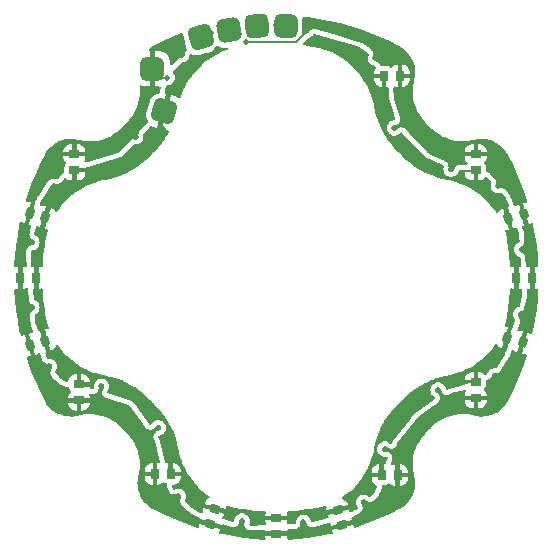
<source format=gbr>
%TF.GenerationSoftware,KiCad,Pcbnew,7.0.6*%
%TF.CreationDate,2023-08-09T16:46:23+09:30*%
%TF.ProjectId,interior-lighting,696e7465-7269-46f7-922d-6c6967687469,V1.0*%
%TF.SameCoordinates,Original*%
%TF.FileFunction,Copper,L2,Bot*%
%TF.FilePolarity,Positive*%
%FSLAX46Y46*%
G04 Gerber Fmt 4.6, Leading zero omitted, Abs format (unit mm)*
G04 Created by KiCad (PCBNEW 7.0.6) date 2023-08-09 16:46:23*
%MOMM*%
%LPD*%
G01*
G04 APERTURE LIST*
G04 Aperture macros list*
%AMRoundRect*
0 Rectangle with rounded corners*
0 $1 Rounding radius*
0 $2 $3 $4 $5 $6 $7 $8 $9 X,Y pos of 4 corners*
0 Add a 4 corners polygon primitive as box body*
4,1,4,$2,$3,$4,$5,$6,$7,$8,$9,$2,$3,0*
0 Add four circle primitives for the rounded corners*
1,1,$1+$1,$2,$3*
1,1,$1+$1,$4,$5*
1,1,$1+$1,$6,$7*
1,1,$1+$1,$8,$9*
0 Add four rect primitives between the rounded corners*
20,1,$1+$1,$2,$3,$4,$5,0*
20,1,$1+$1,$4,$5,$6,$7,0*
20,1,$1+$1,$6,$7,$8,$9,0*
20,1,$1+$1,$8,$9,$2,$3,0*%
G04 Aperture macros list end*
%TA.AperFunction,SMDPad,CuDef*%
%ADD10RoundRect,0.180000X-0.255000X0.180000X-0.255000X-0.180000X0.255000X-0.180000X0.255000X0.180000X0*%
%TD*%
%TA.AperFunction,SMDPad,CuDef*%
%ADD11RoundRect,0.180000X-0.239866X-0.199724X0.107868X-0.292899X0.239866X0.199724X-0.107868X0.292899X0*%
%TD*%
%TA.AperFunction,SMDPad,CuDef*%
%ADD12RoundRect,0.180000X-0.180000X-0.255000X0.180000X-0.255000X0.180000X0.255000X-0.180000X0.255000X0*%
%TD*%
%TA.AperFunction,SMDPad,CuDef*%
%ADD13RoundRect,0.180000X-0.107868X-0.292899X0.239866X-0.199724X0.107868X0.292899X-0.239866X0.199724X0*%
%TD*%
%TA.AperFunction,SMDPad,CuDef*%
%ADD14RoundRect,0.180000X0.255000X-0.180000X0.255000X0.180000X-0.255000X0.180000X-0.255000X-0.180000X0*%
%TD*%
%TA.AperFunction,SMDPad,CuDef*%
%ADD15RoundRect,0.180000X0.199724X-0.239866X0.292899X0.107868X-0.199724X0.239866X-0.292899X-0.107868X0*%
%TD*%
%TA.AperFunction,SMDPad,CuDef*%
%ADD16RoundRect,0.180000X0.292899X-0.107868X0.199724X0.239866X-0.292899X0.107868X-0.199724X-0.239866X0*%
%TD*%
%TA.AperFunction,SMDPad,CuDef*%
%ADD17RoundRect,0.180000X0.180000X0.255000X-0.180000X0.255000X-0.180000X-0.255000X0.180000X-0.255000X0*%
%TD*%
%TA.AperFunction,SMDPad,CuDef*%
%ADD18RoundRect,0.180000X0.239866X0.199724X-0.107868X0.292899X-0.239866X-0.199724X0.107868X-0.292899X0*%
%TD*%
%TA.AperFunction,SMDPad,CuDef*%
%ADD19RoundRect,0.180000X0.107868X0.292899X-0.239866X0.199724X-0.107868X-0.292899X0.239866X-0.199724X0*%
%TD*%
%TA.AperFunction,SMDPad,CuDef*%
%ADD20RoundRect,0.500000X-0.405580X-0.579228X0.579228X-0.405580X0.405580X0.579228X-0.579228X0.405580X0*%
%TD*%
%TA.AperFunction,SMDPad,CuDef*%
%ADD21RoundRect,0.500000X-0.353553X-0.612372X0.612372X-0.353553X0.353553X0.612372X-0.612372X0.353553X0*%
%TD*%
%TA.AperFunction,SMDPad,CuDef*%
%ADD22RoundRect,0.500000X0.612372X0.353553X-0.353553X0.612372X-0.612372X-0.353553X0.353553X-0.612372X0*%
%TD*%
%TA.AperFunction,SMDPad,CuDef*%
%ADD23RoundRect,0.500000X-0.454519X-0.541675X0.541675X-0.454519X0.454519X0.541675X-0.541675X0.454519X0*%
%TD*%
%TA.AperFunction,SMDPad,CuDef*%
%ADD24RoundRect,0.500000X0.517145X0.482246X-0.482246X0.517145X-0.517145X-0.482246X0.482246X-0.517145X0*%
%TD*%
%TA.AperFunction,SMDPad,CuDef*%
%ADD25RoundRect,0.500000X0.500000X0.500000X-0.500000X0.500000X-0.500000X-0.500000X0.500000X-0.500000X0*%
%TD*%
%TA.AperFunction,ViaPad*%
%ADD26C,0.500000*%
%TD*%
%TA.AperFunction,Conductor*%
%ADD27C,0.250000*%
%TD*%
%TA.AperFunction,Conductor*%
%ADD28C,0.200000*%
%TD*%
G04 APERTURE END LIST*
D10*
%TO.P,C21,1*%
%TO.N,+3.3V*%
X82900000Y-90875000D03*
%TO.P,C21,2*%
%TO.N,GND*%
X82900000Y-89525000D03*
%TD*%
D11*
%TO.P,C20,1*%
%TO.N,+3.3V*%
X80452000Y-94874703D03*
%TO.P,C20,2*%
%TO.N,GND*%
X79148000Y-94525297D03*
%TD*%
D12*
%TO.P,C19,1*%
%TO.N,+3.3V*%
X79675000Y-100000000D03*
%TO.P,C19,2*%
%TO.N,GND*%
X78325000Y-100000000D03*
%TD*%
D13*
%TO.P,C18,1*%
%TO.N,+3.3V*%
X80452000Y-105325297D03*
%TO.P,C18,2*%
%TO.N,GND*%
X79148000Y-105674703D03*
%TD*%
D14*
%TO.P,C17,1*%
%TO.N,+3.3V*%
X83300000Y-109025000D03*
%TO.P,C17,2*%
%TO.N,GND*%
X83300000Y-110375000D03*
%TD*%
D12*
%TO.P,C15,1*%
%TO.N,+3.3V*%
X91075000Y-116600000D03*
%TO.P,C15,2*%
%TO.N,GND*%
X89725000Y-116600000D03*
%TD*%
D15*
%TO.P,C14,1*%
%TO.N,+3.3V*%
X94774703Y-119548000D03*
%TO.P,C14,2*%
%TO.N,GND*%
X94425297Y-120852000D03*
%TD*%
D14*
%TO.P,C13,1*%
%TO.N,+3.3V*%
X100000000Y-120325000D03*
%TO.P,C13,2*%
%TO.N,GND*%
X100000000Y-121675000D03*
%TD*%
D16*
%TO.P,C12,1*%
%TO.N,+3.3V*%
X105225297Y-119648000D03*
%TO.P,C12,2*%
%TO.N,GND*%
X105574703Y-120952000D03*
%TD*%
D17*
%TO.P,C11,1*%
%TO.N,+3.3V*%
X108925000Y-116700000D03*
%TO.P,C11,2*%
%TO.N,GND*%
X110275000Y-116700000D03*
%TD*%
D14*
%TO.P,C9,1*%
%TO.N,+3.3V*%
X116900000Y-108825000D03*
%TO.P,C9,2*%
%TO.N,GND*%
X116900000Y-110175000D03*
%TD*%
D18*
%TO.P,C8,1*%
%TO.N,+3.3V*%
X119548000Y-105125297D03*
%TO.P,C8,2*%
%TO.N,GND*%
X120852000Y-105474703D03*
%TD*%
D17*
%TO.P,C7,1*%
%TO.N,+3.3V*%
X120325000Y-100000000D03*
%TO.P,C7,2*%
%TO.N,GND*%
X121675000Y-100000000D03*
%TD*%
D19*
%TO.P,C6,1*%
%TO.N,+3.3V*%
X119648000Y-94974703D03*
%TO.P,C6,2*%
%TO.N,GND*%
X120952000Y-94625297D03*
%TD*%
D10*
%TO.P,C5,1*%
%TO.N,+3.3V*%
X116900000Y-90875000D03*
%TO.P,C5,2*%
%TO.N,GND*%
X116900000Y-89525000D03*
%TD*%
D17*
%TO.P,C3,1*%
%TO.N,+3.3V*%
X109125000Y-82900000D03*
%TO.P,C3,2*%
%TO.N,GND*%
X110475000Y-82900000D03*
%TD*%
D20*
%TO.P,P6,1,P1*%
%TO.N,Net-(P6-P1)*%
X96000000Y-79050000D03*
%TD*%
D21*
%TO.P,P5,1,P1*%
%TO.N,Net-(P5-P1)*%
X93600000Y-79650000D03*
%TD*%
D22*
%TO.P,P4,1,P1*%
%TO.N,+3.3V*%
X90500000Y-85900000D03*
%TD*%
D23*
%TO.P,P3,1,P1*%
%TO.N,Net-(P3-P1)*%
X98400000Y-78650000D03*
%TD*%
D24*
%TO.P,P2,1,P1*%
%TO.N,Net-(P2-P1)*%
X100800000Y-78650000D03*
%TD*%
D25*
%TO.P,P1,1,P1*%
%TO.N,GND*%
X89500000Y-82300000D03*
%TD*%
D26*
%TO.N,GND*%
X88100000Y-88050000D03*
X90750000Y-83050000D03*
%TO.N,+3.3V*%
X107700000Y-118000000D03*
%TO.N,GND*%
X91700000Y-118500000D03*
%TO.N,+3.3V*%
X81900000Y-107700000D03*
%TO.N,GND*%
X92000000Y-81100000D03*
%TO.N,Net-(P6-P1)*%
X96600000Y-79100000D03*
%TO.N,Net-(P5-P1)*%
X94500000Y-79300000D03*
%TO.N,GND*%
X81400000Y-91400000D03*
%TO.N,Net-(P2-P1)*%
X100000000Y-78600000D03*
%TO.N,Net-(P3-P1)*%
X97800000Y-78200000D03*
%TO.N,GND*%
X118500000Y-108300000D03*
%TO.N,+3.3V*%
X117700000Y-92400000D03*
%TO.N,GND*%
X108400000Y-81400000D03*
%TO.N,+3.3V*%
X92400000Y-82200000D03*
%TO.N,GND*%
X109200000Y-114500000D03*
X113700000Y-109500000D03*
X102300000Y-120700000D03*
X79300000Y-97000000D03*
X110000000Y-87300000D03*
X97450000Y-80050000D03*
X120800000Y-97600000D03*
X118800000Y-92200000D03*
X97100000Y-120600000D03*
X107400000Y-119000000D03*
X90000000Y-112700000D03*
X120700000Y-103100000D03*
X114800000Y-90800000D03*
X79300000Y-102500000D03*
X102500000Y-79100000D03*
X85200000Y-109200000D03*
X80800000Y-107500000D03*
%TO.N,+3.3V*%
X114600000Y-108700000D03*
X107100000Y-81200000D03*
X108900000Y-85200000D03*
X112600000Y-90400000D03*
X109600000Y-112500000D03*
X80100000Y-103200000D03*
X79900000Y-97900000D03*
X103400000Y-119800000D03*
X120100000Y-102000000D03*
X118300000Y-107000000D03*
X92900000Y-118800000D03*
X90400000Y-87400000D03*
X102900000Y-80000000D03*
X81200000Y-92800000D03*
X91300000Y-114700000D03*
X85200000Y-91000000D03*
X95000000Y-80600000D03*
X119900000Y-96700000D03*
X98100000Y-120100000D03*
X87400000Y-109600000D03*
%TD*%
D27*
%TO.N,+3.3V*%
X80475000Y-94600000D02*
X81050000Y-93650000D01*
X81050000Y-93650000D02*
X81200000Y-92800000D01*
D28*
%TO.N,GND*%
X97450000Y-80050000D02*
X101650000Y-80050000D01*
X101650000Y-80050000D02*
X102500000Y-79200000D01*
X102500000Y-79200000D02*
X102500000Y-79100000D01*
X90750000Y-83050000D02*
X90250000Y-83050000D01*
X90250000Y-83050000D02*
X89500000Y-82300000D01*
%TO.N,Net-(P5-P1)*%
X93600000Y-79600000D02*
X94500000Y-79300000D01*
%TO.N,Net-(P6-P1)*%
X96000000Y-78900000D02*
X96600000Y-79100000D01*
%TD*%
%TA.AperFunction,Conductor*%
%TO.N,GND*%
G36*
X102317608Y-77916355D02*
G01*
X102706441Y-77956095D01*
X103601598Y-78084606D01*
X104490778Y-78249468D01*
X105372505Y-78450409D01*
X106245317Y-78687094D01*
X107107766Y-78959131D01*
X107958418Y-79266067D01*
X108795865Y-79607395D01*
X109618714Y-79982548D01*
X110423773Y-80389977D01*
X110423916Y-80390049D01*
X110427184Y-80391861D01*
X110660838Y-80533327D01*
X110665363Y-80536423D01*
X110881171Y-80702363D01*
X110885339Y-80705952D01*
X111081432Y-80894805D01*
X111085169Y-80898827D01*
X111259113Y-81108246D01*
X111262383Y-81112661D01*
X111412039Y-81340072D01*
X111414803Y-81344828D01*
X111538319Y-81587414D01*
X111540539Y-81592446D01*
X111636408Y-81847248D01*
X111638056Y-81852495D01*
X111705084Y-82116339D01*
X111706140Y-82121737D01*
X111743507Y-82391392D01*
X111743959Y-82396874D01*
X111751202Y-82669008D01*
X111751043Y-82674506D01*
X111728074Y-82945764D01*
X111727306Y-82951211D01*
X111674176Y-83219421D01*
X111673567Y-83222101D01*
X111660197Y-83274223D01*
X111660145Y-83274519D01*
X111628738Y-83397053D01*
X111628733Y-83397077D01*
X111572423Y-83756251D01*
X111572421Y-83756267D01*
X111550651Y-84119177D01*
X111550651Y-84119193D01*
X111563620Y-84482536D01*
X111563621Y-84482557D01*
X111611214Y-84843001D01*
X111611216Y-84843014D01*
X111692993Y-85197266D01*
X111692998Y-85197286D01*
X111808223Y-85542134D01*
X111955831Y-85874395D01*
X111955841Y-85874415D01*
X112134491Y-86191072D01*
X112342557Y-86489240D01*
X112342560Y-86489244D01*
X112578127Y-86766182D01*
X112578129Y-86766184D01*
X112578132Y-86766187D01*
X112578133Y-86766188D01*
X112662978Y-86848549D01*
X112669070Y-86854462D01*
X112669171Y-86854576D01*
X112674420Y-86859669D01*
X112674421Y-86859671D01*
X112708579Y-86892815D01*
X112839413Y-87021047D01*
X112968953Y-87150587D01*
X113095524Y-87279726D01*
X113097179Y-87281431D01*
X113097179Y-87281432D01*
X113223803Y-87411876D01*
X113223807Y-87411879D01*
X113223808Y-87411881D01*
X113500739Y-87647442D01*
X113500752Y-87647453D01*
X113798922Y-87855520D01*
X114115591Y-88034177D01*
X114257286Y-88097125D01*
X114447860Y-88181788D01*
X114447859Y-88181788D01*
X114447864Y-88181789D01*
X114447867Y-88181791D01*
X114792716Y-88297016D01*
X115146988Y-88378798D01*
X115440680Y-88417576D01*
X115507440Y-88426391D01*
X115507442Y-88426391D01*
X115507449Y-88426392D01*
X115870808Y-88439362D01*
X115953389Y-88434408D01*
X116233734Y-88417591D01*
X116233739Y-88417590D01*
X116233745Y-88417590D01*
X116592946Y-88361275D01*
X116715370Y-88329895D01*
X116715497Y-88329873D01*
X116722940Y-88327963D01*
X116722945Y-88327964D01*
X116745434Y-88322194D01*
X116751038Y-88322141D01*
X116766088Y-88317125D01*
X116772129Y-88315527D01*
X117038793Y-88262704D01*
X117044223Y-88261938D01*
X117315500Y-88238967D01*
X117320986Y-88238809D01*
X117593136Y-88246053D01*
X117598605Y-88246503D01*
X117868261Y-88283871D01*
X117873648Y-88284925D01*
X118050823Y-88329935D01*
X118137505Y-88351956D01*
X118142747Y-88353602D01*
X118397558Y-88449474D01*
X118402567Y-88451684D01*
X118645179Y-88575214D01*
X118649921Y-88577971D01*
X118877331Y-88727626D01*
X118881743Y-88730894D01*
X119091165Y-88904839D01*
X119095186Y-88908576D01*
X119284037Y-89104668D01*
X119287626Y-89108835D01*
X119453556Y-89324629D01*
X119453562Y-89324636D01*
X119456667Y-89329176D01*
X119598199Y-89562940D01*
X119600022Y-89566226D01*
X120007452Y-90371286D01*
X120382605Y-91194136D01*
X120723932Y-92031582D01*
X121030869Y-92882234D01*
X121233990Y-93526197D01*
X121233463Y-93587381D01*
X121197074Y-93636569D01*
X121138722Y-93654974D01*
X121135588Y-93654898D01*
X121004753Y-93649625D01*
X121004746Y-93649625D01*
X120936964Y-93661343D01*
X120936938Y-93661349D01*
X120903189Y-93670391D01*
X121184312Y-94719558D01*
X121184312Y-94719560D01*
X121387180Y-95476672D01*
X121420951Y-95467625D01*
X121485519Y-95443878D01*
X121579058Y-95384728D01*
X121638345Y-95369607D01*
X121695198Y-95392223D01*
X121727899Y-95443936D01*
X121728495Y-95446404D01*
X121740532Y-95499222D01*
X121905394Y-96388402D01*
X122033905Y-97283559D01*
X122125851Y-98183207D01*
X122172388Y-98943801D01*
X122175340Y-98992038D01*
X122160022Y-99051275D01*
X122112811Y-99090194D01*
X122051740Y-99093931D01*
X122047073Y-99092602D01*
X121978473Y-99071225D01*
X121909964Y-99065000D01*
X121875000Y-99065000D01*
X121875000Y-100934999D01*
X121875001Y-100935000D01*
X121909952Y-100935000D01*
X121909964Y-100934999D01*
X121978473Y-100928774D01*
X121978479Y-100928772D01*
X122045824Y-100907787D01*
X122107004Y-100908526D01*
X122156067Y-100945085D01*
X122174270Y-101003500D01*
X122174092Y-101008350D01*
X122125851Y-101796793D01*
X122033905Y-102696441D01*
X121905394Y-103591598D01*
X121740532Y-104480778D01*
X121691445Y-104696167D01*
X121660080Y-104748702D01*
X121603826Y-104772768D01*
X121544171Y-104759172D01*
X121529962Y-104747872D01*
X121529723Y-104748165D01*
X121525083Y-104744377D01*
X121385519Y-104656121D01*
X121320964Y-104632379D01*
X121320947Y-104632374D01*
X121287180Y-104623326D01*
X121090083Y-105358904D01*
X121090083Y-105358905D01*
X120803189Y-106429606D01*
X120836962Y-106438656D01*
X120904750Y-106450374D01*
X121069745Y-106443725D01*
X121076429Y-106441789D01*
X121137583Y-106443757D01*
X121185900Y-106481295D01*
X121202926Y-106540064D01*
X121198392Y-106566659D01*
X121030869Y-107097766D01*
X120723932Y-107948418D01*
X120382605Y-108785864D01*
X120007452Y-109608714D01*
X119599950Y-110413916D01*
X119598127Y-110417203D01*
X119456676Y-110650831D01*
X119453571Y-110655370D01*
X119287636Y-110871171D01*
X119284047Y-110875339D01*
X119095194Y-111071432D01*
X119091165Y-111075176D01*
X118881758Y-111249109D01*
X118877338Y-111252383D01*
X118649927Y-111402039D01*
X118645171Y-111404803D01*
X118402585Y-111528319D01*
X118397553Y-111530539D01*
X118142751Y-111626408D01*
X118137504Y-111628056D01*
X117873660Y-111695084D01*
X117868262Y-111696140D01*
X117598607Y-111733507D01*
X117593125Y-111733959D01*
X117320991Y-111741202D01*
X117315493Y-111741043D01*
X117044233Y-111718074D01*
X117038786Y-111717306D01*
X116770587Y-111664178D01*
X116767906Y-111663569D01*
X116715810Y-111650205D01*
X116715494Y-111650149D01*
X116592946Y-111618738D01*
X116592922Y-111618733D01*
X116233748Y-111562423D01*
X116233732Y-111562421D01*
X115870814Y-111540651D01*
X115870809Y-111540651D01*
X115870807Y-111540651D01*
X115760301Y-111544595D01*
X115507463Y-111553620D01*
X115507442Y-111553621D01*
X115146998Y-111601214D01*
X115146985Y-111601216D01*
X114792733Y-111682993D01*
X114792713Y-111682998D01*
X114447865Y-111798223D01*
X114115604Y-111945831D01*
X114115584Y-111945841D01*
X113798927Y-112124491D01*
X113500759Y-112332557D01*
X113500755Y-112332560D01*
X113223810Y-112568133D01*
X113133054Y-112661626D01*
X113132951Y-112661718D01*
X113117243Y-112677907D01*
X113097185Y-112698579D01*
X112994393Y-112803457D01*
X112968953Y-112829413D01*
X112839413Y-112958953D01*
X112710351Y-113085448D01*
X112578120Y-113213806D01*
X112578118Y-113213808D01*
X112342550Y-113490747D01*
X112342547Y-113490751D01*
X112134481Y-113788921D01*
X112134477Y-113788926D01*
X111955825Y-114105587D01*
X111955819Y-114105598D01*
X111808211Y-114437860D01*
X111692985Y-114782710D01*
X111692980Y-114782730D01*
X111611203Y-115136982D01*
X111611201Y-115136995D01*
X111563608Y-115497440D01*
X111563607Y-115497461D01*
X111550638Y-115860807D01*
X111550638Y-115860823D01*
X111572408Y-116223734D01*
X111572410Y-116223750D01*
X111628720Y-116582924D01*
X111628725Y-116582948D01*
X111653113Y-116678097D01*
X111660053Y-116705174D01*
X111661147Y-116709440D01*
X111661170Y-116709570D01*
X111673519Y-116757712D01*
X111674128Y-116760393D01*
X111727294Y-117028789D01*
X111728062Y-117034235D01*
X111751031Y-117305493D01*
X111751190Y-117310991D01*
X111743947Y-117583124D01*
X111743495Y-117588606D01*
X111706128Y-117858260D01*
X111705072Y-117863658D01*
X111638043Y-118127505D01*
X111636395Y-118132753D01*
X111540531Y-118387543D01*
X111538311Y-118392575D01*
X111414792Y-118635166D01*
X111412028Y-118639921D01*
X111262373Y-118867331D01*
X111259099Y-118871751D01*
X111085167Y-119081157D01*
X111081423Y-119085186D01*
X110885331Y-119274037D01*
X110881163Y-119277627D01*
X110665363Y-119443562D01*
X110660823Y-119446667D01*
X110427059Y-119588199D01*
X110423773Y-119590022D01*
X109618714Y-119997452D01*
X108795865Y-120372605D01*
X107958418Y-120713933D01*
X107107766Y-121020869D01*
X106676914Y-121156769D01*
X106615731Y-121156242D01*
X106566543Y-121119853D01*
X106548138Y-121061501D01*
X106548214Y-121058367D01*
X106550374Y-121004753D01*
X106550374Y-121004746D01*
X106538656Y-120936962D01*
X106529606Y-120903189D01*
X105458905Y-121190083D01*
X105458903Y-121190083D01*
X104723326Y-121387180D01*
X104732374Y-121420947D01*
X104732379Y-121420964D01*
X104756122Y-121485521D01*
X104783292Y-121528486D01*
X104798414Y-121587774D01*
X104775799Y-121644626D01*
X104724086Y-121677328D01*
X104721617Y-121677924D01*
X104490778Y-121730532D01*
X103601598Y-121895394D01*
X102706441Y-122023905D01*
X101806793Y-122115851D01*
X101011332Y-122164521D01*
X100952095Y-122149203D01*
X100913175Y-122101992D01*
X100909439Y-122040921D01*
X100910769Y-122036252D01*
X100928773Y-121978476D01*
X100928774Y-121978473D01*
X100934999Y-121909964D01*
X100935000Y-121909951D01*
X100935000Y-121875001D01*
X100934999Y-121875000D01*
X99065001Y-121875000D01*
X99065000Y-121875001D01*
X99065000Y-121909964D01*
X99071225Y-121978473D01*
X99071227Y-121978479D01*
X99089230Y-122036253D01*
X99088491Y-122097434D01*
X99051932Y-122146496D01*
X98993517Y-122164699D01*
X98988667Y-122164521D01*
X98193207Y-122115851D01*
X97293559Y-122023905D01*
X96398402Y-121895394D01*
X95509222Y-121730532D01*
X95223111Y-121665328D01*
X95170576Y-121633963D01*
X95146510Y-121577710D01*
X95160106Y-121518054D01*
X95161436Y-121515890D01*
X95243877Y-121385521D01*
X95267625Y-121320951D01*
X95276672Y-121287180D01*
X94519561Y-121084312D01*
X94519558Y-121084312D01*
X93470391Y-120803189D01*
X93461349Y-120836938D01*
X93461343Y-120836964D01*
X93449625Y-120904746D01*
X93449625Y-120904753D01*
X93455868Y-121059655D01*
X93439319Y-121118560D01*
X93391307Y-121156488D01*
X93330172Y-121158952D01*
X93327168Y-121158057D01*
X92892234Y-121020869D01*
X92041582Y-120713933D01*
X91204135Y-120372605D01*
X90381286Y-119997452D01*
X89576083Y-119589950D01*
X89572806Y-119588132D01*
X89339165Y-119446674D01*
X89334629Y-119443571D01*
X89334617Y-119443562D01*
X89118827Y-119277635D01*
X89114660Y-119274047D01*
X88918567Y-119085194D01*
X88914830Y-119081173D01*
X88740884Y-118871750D01*
X88737616Y-118867338D01*
X88712658Y-118829413D01*
X88587957Y-118639923D01*
X88585196Y-118635171D01*
X88585193Y-118635166D01*
X88461679Y-118392584D01*
X88459460Y-118387553D01*
X88435989Y-118325171D01*
X88363588Y-118132743D01*
X88361947Y-118127519D01*
X88294913Y-117863650D01*
X88293859Y-117858262D01*
X88256492Y-117588607D01*
X88256041Y-117583137D01*
X88248797Y-117310986D01*
X88248956Y-117305493D01*
X88254830Y-117236123D01*
X88271926Y-117034221D01*
X88272693Y-117028786D01*
X88296230Y-116909964D01*
X88865000Y-116909964D01*
X88871225Y-116978473D01*
X88871227Y-116978479D01*
X88920351Y-117136123D01*
X88920356Y-117136135D01*
X89005781Y-117277445D01*
X89122554Y-117394218D01*
X89263864Y-117479643D01*
X89263876Y-117479648D01*
X89421520Y-117528772D01*
X89421526Y-117528774D01*
X89490035Y-117534999D01*
X89490048Y-117535000D01*
X89524999Y-117535000D01*
X89525000Y-117534998D01*
X89525000Y-116800001D01*
X89524999Y-116800000D01*
X88865001Y-116800000D01*
X88865000Y-116800001D01*
X88865000Y-116909964D01*
X88296230Y-116909964D01*
X88325814Y-116760617D01*
X88326443Y-116757866D01*
X88335576Y-116722540D01*
X88335804Y-116721361D01*
X88337964Y-116712945D01*
X88337963Y-116712941D01*
X88339878Y-116705478D01*
X88339929Y-116705182D01*
X88371262Y-116582944D01*
X88399944Y-116399999D01*
X88865000Y-116399999D01*
X88865001Y-116400000D01*
X89524999Y-116400000D01*
X89525000Y-116399999D01*
X89525000Y-115665000D01*
X89490035Y-115665000D01*
X89421526Y-115671225D01*
X89421520Y-115671227D01*
X89263876Y-115720351D01*
X89263864Y-115720356D01*
X89122554Y-115805781D01*
X89005781Y-115922554D01*
X88920356Y-116063864D01*
X88920351Y-116063876D01*
X88871227Y-116221520D01*
X88871225Y-116221526D01*
X88865000Y-116290035D01*
X88865000Y-116399999D01*
X88399944Y-116399999D01*
X88427577Y-116223743D01*
X88427711Y-116221520D01*
X88449348Y-115860822D01*
X88449349Y-115860807D01*
X88436379Y-115497451D01*
X88388785Y-115136991D01*
X88307003Y-114782719D01*
X88191779Y-114437872D01*
X88140793Y-114323105D01*
X88063719Y-114149612D01*
X88044165Y-114105597D01*
X88044160Y-114105589D01*
X88044158Y-114105584D01*
X87865508Y-113788927D01*
X87676922Y-113518675D01*
X87657443Y-113490760D01*
X87657436Y-113490752D01*
X87421872Y-113213817D01*
X87421859Y-113213804D01*
X87331135Y-113125735D01*
X87331039Y-113125627D01*
X87291959Y-113087707D01*
X87291897Y-113087591D01*
X87291777Y-113087530D01*
X87291424Y-113087188D01*
X87291415Y-113087179D01*
X87160587Y-112958953D01*
X87031047Y-112829413D01*
X86904511Y-112700310D01*
X86902821Y-112698568D01*
X86776197Y-112568124D01*
X86776191Y-112568119D01*
X86776191Y-112568118D01*
X86499252Y-112332550D01*
X86499248Y-112332547D01*
X86376020Y-112246557D01*
X86201078Y-112124480D01*
X86127955Y-112083226D01*
X86084506Y-112058713D01*
X85884409Y-111945823D01*
X85884405Y-111945821D01*
X85884401Y-111945819D01*
X85552139Y-111798211D01*
X85552140Y-111798211D01*
X85207289Y-111682985D01*
X85207269Y-111682980D01*
X84853017Y-111601203D01*
X84853014Y-111601202D01*
X84853012Y-111601202D01*
X84834767Y-111598793D01*
X84492559Y-111553608D01*
X84492538Y-111553607D01*
X84129192Y-111540638D01*
X84129176Y-111540638D01*
X83766265Y-111562408D01*
X83766249Y-111562410D01*
X83407075Y-111618720D01*
X83407051Y-111618725D01*
X83280549Y-111651149D01*
X83280426Y-111651171D01*
X83232298Y-111663516D01*
X83229618Y-111664125D01*
X82961211Y-111717294D01*
X82955764Y-111718062D01*
X82684506Y-111741031D01*
X82679008Y-111741190D01*
X82406875Y-111733947D01*
X82401393Y-111733495D01*
X82131739Y-111696128D01*
X82126341Y-111695072D01*
X81862494Y-111628043D01*
X81857246Y-111626395D01*
X81707799Y-111570166D01*
X81602449Y-111530528D01*
X81597424Y-111528311D01*
X81550292Y-111504313D01*
X81354826Y-111404788D01*
X81350078Y-111402028D01*
X81122668Y-111252373D01*
X81118253Y-111249103D01*
X80908835Y-111075160D01*
X80904813Y-111071423D01*
X80715962Y-110875331D01*
X80712372Y-110871163D01*
X80685429Y-110836123D01*
X80546432Y-110655356D01*
X80543332Y-110650823D01*
X80518594Y-110609964D01*
X82365000Y-110609964D01*
X82371225Y-110678473D01*
X82371227Y-110678479D01*
X82420351Y-110836123D01*
X82420356Y-110836135D01*
X82505781Y-110977445D01*
X82622554Y-111094218D01*
X82763864Y-111179643D01*
X82763876Y-111179648D01*
X82921520Y-111228772D01*
X82921526Y-111228774D01*
X82990035Y-111234999D01*
X82990048Y-111235000D01*
X83099999Y-111235000D01*
X83100000Y-111234999D01*
X83500000Y-111234999D01*
X83500001Y-111235000D01*
X83609952Y-111235000D01*
X83609964Y-111234999D01*
X83678473Y-111228774D01*
X83678479Y-111228772D01*
X83836123Y-111179648D01*
X83836135Y-111179643D01*
X83977445Y-111094218D01*
X84094218Y-110977445D01*
X84179643Y-110836135D01*
X84179648Y-110836123D01*
X84228772Y-110678479D01*
X84228774Y-110678473D01*
X84234999Y-110609964D01*
X84235000Y-110609951D01*
X84235000Y-110575001D01*
X84234999Y-110575000D01*
X83500001Y-110575000D01*
X83500000Y-110575001D01*
X83500000Y-111234999D01*
X83100000Y-111234999D01*
X83100000Y-110575001D01*
X83099999Y-110575000D01*
X82365001Y-110575000D01*
X82365000Y-110575001D01*
X82365000Y-110609964D01*
X80518594Y-110609964D01*
X80401800Y-110417059D01*
X80399977Y-110413773D01*
X79992548Y-109608714D01*
X79617395Y-108785864D01*
X79276068Y-107948418D01*
X78969131Y-107097766D01*
X78947827Y-107030226D01*
X78866956Y-106773836D01*
X78867483Y-106712658D01*
X78903872Y-106663469D01*
X78962223Y-106645064D01*
X78965358Y-106645140D01*
X79095246Y-106650374D01*
X79095253Y-106650374D01*
X79163037Y-106638656D01*
X79196809Y-106629606D01*
X78903051Y-105533282D01*
X78712818Y-104823326D01*
X78679052Y-104832374D01*
X78679035Y-104832379D01*
X78614479Y-104856121D01*
X78497277Y-104930236D01*
X78437989Y-104945356D01*
X78381137Y-104922741D01*
X78348436Y-104871028D01*
X78347862Y-104868653D01*
X78259468Y-104480778D01*
X78094606Y-103591598D01*
X77966095Y-102696441D01*
X77874149Y-101796793D01*
X77825907Y-101008348D01*
X77841225Y-100949113D01*
X77888436Y-100910194D01*
X77949507Y-100906457D01*
X77954175Y-100907787D01*
X78021520Y-100928772D01*
X78021526Y-100928774D01*
X78090035Y-100934999D01*
X78090048Y-100935000D01*
X78124999Y-100935000D01*
X78125000Y-100934999D01*
X78125000Y-99065001D01*
X78124999Y-99065000D01*
X78090035Y-99065000D01*
X78021526Y-99071225D01*
X77952927Y-99092602D01*
X77891746Y-99091862D01*
X77842685Y-99055302D01*
X77824482Y-98996887D01*
X77824660Y-98992038D01*
X77827612Y-98943801D01*
X77874149Y-98183207D01*
X77966095Y-97283559D01*
X78094606Y-96388402D01*
X78259468Y-95499222D01*
X78304870Y-95299996D01*
X78336234Y-95247462D01*
X78392488Y-95223396D01*
X78452144Y-95236991D01*
X78472796Y-95253416D01*
X78474914Y-95255621D01*
X78474916Y-95255622D01*
X78614480Y-95343878D01*
X78679053Y-95367626D01*
X78712818Y-95376673D01*
X78903051Y-94666718D01*
X79196809Y-93570392D01*
X79163043Y-93561345D01*
X79163032Y-93561342D01*
X79095249Y-93549625D01*
X78930252Y-93556274D01*
X78930249Y-93556275D01*
X78916619Y-93560223D01*
X78855465Y-93558250D01*
X78807151Y-93520708D01*
X78790131Y-93461938D01*
X78794662Y-93435356D01*
X78969131Y-92882234D01*
X79276068Y-92031582D01*
X79617395Y-91194136D01*
X79992548Y-90371286D01*
X80400057Y-89566067D01*
X80401855Y-89562826D01*
X80543333Y-89329153D01*
X80546174Y-89324999D01*
X81965000Y-89324999D01*
X81965001Y-89325000D01*
X82699999Y-89325000D01*
X82700000Y-89324999D01*
X83100000Y-89324999D01*
X83100001Y-89325000D01*
X83834999Y-89325000D01*
X83835000Y-89324999D01*
X83835000Y-89290048D01*
X83834999Y-89290035D01*
X83828774Y-89221526D01*
X83828772Y-89221520D01*
X83779648Y-89063876D01*
X83779643Y-89063864D01*
X83694218Y-88922554D01*
X83577445Y-88805781D01*
X83436135Y-88720356D01*
X83436123Y-88720351D01*
X83278479Y-88671227D01*
X83278473Y-88671225D01*
X83209964Y-88665000D01*
X83100001Y-88665000D01*
X83100000Y-88665001D01*
X83100000Y-89324999D01*
X82700000Y-89324999D01*
X82700000Y-88665001D01*
X82699999Y-88665000D01*
X82590035Y-88665000D01*
X82521526Y-88671225D01*
X82521520Y-88671227D01*
X82363876Y-88720351D01*
X82363864Y-88720356D01*
X82222554Y-88805781D01*
X82105781Y-88922554D01*
X82020356Y-89063864D01*
X82020351Y-89063876D01*
X81971227Y-89221520D01*
X81971225Y-89221526D01*
X81965000Y-89290035D01*
X81965000Y-89324999D01*
X80546174Y-89324999D01*
X80546417Y-89324644D01*
X80712372Y-89108816D01*
X80715945Y-89104668D01*
X80904805Y-88908566D01*
X80908817Y-88904838D01*
X81118258Y-88730877D01*
X81122652Y-88727622D01*
X81350084Y-88577952D01*
X81354814Y-88575203D01*
X81597422Y-88451676D01*
X81602441Y-88449461D01*
X81857261Y-88353586D01*
X81862475Y-88351949D01*
X82126352Y-88284912D01*
X82131732Y-88283859D01*
X82401394Y-88246491D01*
X82406861Y-88246041D01*
X82679013Y-88238797D01*
X82684499Y-88238955D01*
X82955776Y-88261926D01*
X82961211Y-88262692D01*
X83229383Y-88315815D01*
X83232086Y-88316430D01*
X83270483Y-88326309D01*
X83270815Y-88326363D01*
X83277055Y-88327964D01*
X83277058Y-88327963D01*
X83284544Y-88329884D01*
X83284832Y-88329933D01*
X83407056Y-88361262D01*
X83766257Y-88417577D01*
X83766260Y-88417577D01*
X83766267Y-88417578D01*
X83924067Y-88427043D01*
X84129193Y-88439349D01*
X84492549Y-88426379D01*
X84853009Y-88378785D01*
X85207281Y-88297003D01*
X85552128Y-88181779D01*
X85884403Y-88034165D01*
X86201071Y-87855509D01*
X86499240Y-87647443D01*
X86776188Y-87411867D01*
X86864030Y-87321373D01*
X86864150Y-87321269D01*
X86873209Y-87311933D01*
X86902815Y-87281421D01*
X87031047Y-87150587D01*
X87160587Y-87021047D01*
X87289832Y-86894371D01*
X87291431Y-86892820D01*
X87291432Y-86892821D01*
X87421876Y-86766197D01*
X87657453Y-86489248D01*
X87865520Y-86191078D01*
X88044177Y-85874409D01*
X88191791Y-85542133D01*
X88307016Y-85197284D01*
X88388798Y-84843012D01*
X88436392Y-84482551D01*
X88449362Y-84119192D01*
X88430202Y-83799813D01*
X88445591Y-83740595D01*
X88492849Y-83701731D01*
X88553925Y-83698067D01*
X88574861Y-83706135D01*
X88627138Y-83733442D01*
X88822667Y-83789390D01*
X88942000Y-83800000D01*
X89299999Y-83800000D01*
X89300000Y-83799999D01*
X89300000Y-80800001D01*
X89299999Y-80800000D01*
X89283033Y-80800000D01*
X89224842Y-80781093D01*
X89188878Y-80731593D01*
X89188878Y-80670407D01*
X89222684Y-80622520D01*
X89334651Y-80536426D01*
X89339168Y-80533336D01*
X89572939Y-80391800D01*
X89576218Y-80389981D01*
X90381286Y-79982548D01*
X91204135Y-79607395D01*
X91950763Y-79303082D01*
X92011784Y-79298629D01*
X92063771Y-79330894D01*
X92086471Y-79386591D01*
X92086712Y-79386569D01*
X92086784Y-79387359D01*
X92086864Y-79387554D01*
X92086905Y-79388674D01*
X92087127Y-79391092D01*
X92093589Y-79425957D01*
X92101500Y-79468640D01*
X92147990Y-79642143D01*
X92392941Y-80556310D01*
X92419267Y-80630656D01*
X92429053Y-80647606D01*
X92441772Y-80707455D01*
X92416884Y-80763349D01*
X92411824Y-80768570D01*
X92380451Y-80798644D01*
X92380449Y-80798646D01*
X92309646Y-80903919D01*
X92283866Y-80959397D01*
X92283861Y-80959405D01*
X92283861Y-80959406D01*
X92249057Y-81081403D01*
X92249055Y-81081412D01*
X92241076Y-81147130D01*
X92235365Y-81170302D01*
X92222791Y-81203457D01*
X92211699Y-81224590D01*
X92191564Y-81253760D01*
X92175739Y-81271623D01*
X92149190Y-81295144D01*
X92129547Y-81308702D01*
X92098160Y-81325175D01*
X92075847Y-81333638D01*
X92063031Y-81336797D01*
X92041420Y-81342123D01*
X92017731Y-81345000D01*
X91998064Y-81345000D01*
X91981100Y-81345711D01*
X91956138Y-81347806D01*
X91922467Y-81352056D01*
X91922456Y-81352058D01*
X91802206Y-81392516D01*
X91747989Y-81420856D01*
X91747986Y-81420857D01*
X91646130Y-81496489D01*
X91646121Y-81496498D01*
X91169727Y-81982901D01*
X91115503Y-82011244D01*
X91054974Y-82002301D01*
X91011262Y-81959489D01*
X91000000Y-81913629D01*
X91000000Y-81742000D01*
X90989390Y-81622667D01*
X90933442Y-81427138D01*
X90839279Y-81246871D01*
X90710755Y-81089249D01*
X90710750Y-81089244D01*
X90553128Y-80960720D01*
X90372861Y-80866557D01*
X90177332Y-80810609D01*
X90058000Y-80800000D01*
X89700000Y-80800000D01*
X89700000Y-83799999D01*
X89700001Y-83800000D01*
X90057999Y-83800000D01*
X90099459Y-83796313D01*
X90159096Y-83809992D01*
X90199303Y-83856112D01*
X90205274Y-83914497D01*
X90148428Y-84196342D01*
X90148429Y-84196341D01*
X90144970Y-84221584D01*
X90144970Y-84221585D01*
X90142218Y-84259054D01*
X90141899Y-84289554D01*
X90122382Y-84347543D01*
X90072508Y-84382986D01*
X90053266Y-84386972D01*
X90051811Y-84387125D01*
X90051802Y-84387127D01*
X90051800Y-84387127D01*
X89962419Y-84406125D01*
X89866647Y-84426483D01*
X89866643Y-84426484D01*
X89693719Y-84503474D01*
X89693717Y-84503475D01*
X89540573Y-84614740D01*
X89413911Y-84755414D01*
X89413910Y-84755416D01*
X89319268Y-84919343D01*
X89314596Y-84932537D01*
X89292941Y-84993687D01*
X89197053Y-85351549D01*
X89001502Y-86081359D01*
X88987127Y-86158908D01*
X88987127Y-86303637D01*
X88987127Y-86348200D01*
X89017108Y-86489248D01*
X89026483Y-86533352D01*
X89026484Y-86533356D01*
X89103474Y-86706280D01*
X89103475Y-86706282D01*
X89109353Y-86714372D01*
X89128260Y-86772563D01*
X89109353Y-86830754D01*
X89092719Y-86848549D01*
X89052780Y-86881903D01*
X89052776Y-86881906D01*
X89052775Y-86881908D01*
X88661824Y-87293166D01*
X88460892Y-87504535D01*
X88401470Y-87584931D01*
X88377704Y-87627129D01*
X88377703Y-87627132D01*
X88339767Y-87719586D01*
X88339765Y-87719592D01*
X88325997Y-87845703D01*
X88325997Y-87845716D01*
X88328953Y-87906824D01*
X88328954Y-87906861D01*
X88329643Y-87910163D01*
X88330324Y-87914299D01*
X88345350Y-88038065D01*
X88345350Y-88061928D01*
X88341077Y-88097125D01*
X88335365Y-88120301D01*
X88322790Y-88153457D01*
X88311700Y-88174587D01*
X88306739Y-88181776D01*
X88291565Y-88203759D01*
X88275739Y-88221623D01*
X88249190Y-88245144D01*
X88229547Y-88258702D01*
X88198160Y-88275175D01*
X88175847Y-88283638D01*
X88163096Y-88286781D01*
X88141420Y-88292123D01*
X88117731Y-88295000D01*
X88081889Y-88295000D01*
X88065044Y-88293405D01*
X88065041Y-88293430D01*
X88064436Y-88293347D01*
X88063312Y-88293241D01*
X88062450Y-88293076D01*
X87977414Y-88281470D01*
X87972206Y-88281315D01*
X87935768Y-88280236D01*
X87935764Y-88280236D01*
X87935754Y-88280236D01*
X87850221Y-88286781D01*
X87850216Y-88286782D01*
X87730586Y-88329025D01*
X87708009Y-88341257D01*
X87676796Y-88358169D01*
X87676788Y-88358173D01*
X87676786Y-88358174D01*
X87676782Y-88358176D01*
X87609341Y-88409834D01*
X87587724Y-88426392D01*
X87576069Y-88435319D01*
X86681999Y-89375829D01*
X86639826Y-89402097D01*
X84041418Y-90215622D01*
X84016284Y-90220044D01*
X83882700Y-90226049D01*
X83882699Y-90226049D01*
X83837455Y-90230634D01*
X83837445Y-90230636D01*
X83834433Y-90231615D01*
X83832800Y-90231614D01*
X83832287Y-90231723D01*
X83832264Y-90231614D01*
X83773248Y-90231610D01*
X83723751Y-90195642D01*
X83704848Y-90137450D01*
X83719126Y-90086241D01*
X83779645Y-89986130D01*
X83779648Y-89986123D01*
X83828772Y-89828479D01*
X83828774Y-89828473D01*
X83834999Y-89759964D01*
X83835000Y-89759951D01*
X83835000Y-89725001D01*
X83834999Y-89725000D01*
X81965001Y-89725000D01*
X81965000Y-89725001D01*
X81965000Y-89759964D01*
X81971225Y-89828473D01*
X81971227Y-89828479D01*
X82020351Y-89986123D01*
X82020356Y-89986135D01*
X82105781Y-90127445D01*
X82181893Y-90203557D01*
X82209670Y-90258074D01*
X82200099Y-90318506D01*
X82190431Y-90333828D01*
X82137937Y-90402239D01*
X82137932Y-90402248D01*
X82079443Y-90543453D01*
X82079441Y-90543462D01*
X82064500Y-90656952D01*
X82064500Y-91047505D01*
X82045593Y-91105696D01*
X81996093Y-91141660D01*
X81991509Y-91143027D01*
X81954673Y-91153056D01*
X81954667Y-91153058D01*
X81838987Y-91205121D01*
X81838986Y-91205121D01*
X81745047Y-91290389D01*
X81745045Y-91290392D01*
X81706738Y-91338086D01*
X81706731Y-91338094D01*
X81706723Y-91338105D01*
X81643740Y-91448217D01*
X81643735Y-91448226D01*
X81622788Y-91503460D01*
X81611696Y-91524593D01*
X81591561Y-91553762D01*
X81575738Y-91571623D01*
X81549191Y-91595143D01*
X81529547Y-91608702D01*
X81498160Y-91625175D01*
X81475847Y-91633638D01*
X81463031Y-91636797D01*
X81441420Y-91642123D01*
X81417731Y-91645000D01*
X81382272Y-91645000D01*
X81358582Y-91642123D01*
X81311166Y-91630436D01*
X81304937Y-91628457D01*
X81284652Y-91620499D01*
X81276593Y-91617337D01*
X81276593Y-91617338D01*
X81234451Y-91603415D01*
X81108311Y-91589834D01*
X81047198Y-91592883D01*
X80923049Y-91618943D01*
X80923045Y-91618944D01*
X80813012Y-91682099D01*
X80813011Y-91682100D01*
X80765370Y-91720480D01*
X80765360Y-91720488D01*
X80680241Y-91814542D01*
X80680231Y-91814555D01*
X79874992Y-93047685D01*
X79866317Y-93061990D01*
X79731800Y-93301392D01*
X79725576Y-93313386D01*
X79716938Y-93331482D01*
X79713484Y-93339385D01*
X79711540Y-93343835D01*
X79675114Y-93435350D01*
X79610599Y-93597431D01*
X79606022Y-93610146D01*
X79599859Y-93629243D01*
X79598849Y-93632769D01*
X79591143Y-93644200D01*
X79386083Y-94409498D01*
X79386083Y-94409499D01*
X79099189Y-95480200D01*
X79132961Y-95489250D01*
X79140889Y-95490620D01*
X79195010Y-95519160D01*
X79222020Y-95574061D01*
X79221447Y-95605814D01*
X79116967Y-96182792D01*
X79109168Y-96225863D01*
X79108835Y-96227776D01*
X79108642Y-96228890D01*
X79108598Y-96229148D01*
X79108598Y-96229151D01*
X79107064Y-96356008D01*
X79114865Y-96409435D01*
X79114905Y-96409990D01*
X79115903Y-96416549D01*
X79115904Y-96416551D01*
X79115904Y-96416552D01*
X79153647Y-96537676D01*
X79226972Y-96641209D01*
X79226976Y-96641213D01*
X79269709Y-96684993D01*
X79371430Y-96760793D01*
X79371434Y-96760796D01*
X79371436Y-96760797D01*
X79371440Y-96760800D01*
X79429554Y-96791301D01*
X79449190Y-96804856D01*
X79475737Y-96828374D01*
X79491560Y-96846233D01*
X79511702Y-96875414D01*
X79522790Y-96896541D01*
X79535365Y-96929697D01*
X79541077Y-96952872D01*
X79545350Y-96988067D01*
X79545350Y-97011931D01*
X79541077Y-97047126D01*
X79535365Y-97070301D01*
X79522790Y-97103457D01*
X79511700Y-97124588D01*
X79491565Y-97153759D01*
X79475739Y-97171623D01*
X79449190Y-97195144D01*
X79429550Y-97208700D01*
X79398164Y-97225174D01*
X79375846Y-97233638D01*
X79337177Y-97243168D01*
X79320168Y-97245818D01*
X79307930Y-97246646D01*
X79305288Y-97246825D01*
X79278080Y-97249589D01*
X79156587Y-97286116D01*
X79101470Y-97312682D01*
X79101462Y-97312686D01*
X78997209Y-97384965D01*
X78997206Y-97384967D01*
X78920387Y-97485928D01*
X78891412Y-97539817D01*
X78891394Y-97539849D01*
X78891390Y-97539858D01*
X78849540Y-97659620D01*
X78844551Y-97687183D01*
X78842251Y-97702608D01*
X78812356Y-97956638D01*
X78811276Y-97969144D01*
X78810243Y-97987826D01*
X78809938Y-98000415D01*
X78811693Y-98256189D01*
X78812282Y-98271802D01*
X78862703Y-99002932D01*
X78847844Y-99062286D01*
X78800936Y-99101570D01*
X78739896Y-99105779D01*
X78734485Y-99104260D01*
X78628479Y-99071227D01*
X78628473Y-99071225D01*
X78559964Y-99065000D01*
X78525001Y-99065000D01*
X78525000Y-99065001D01*
X78525000Y-100934999D01*
X78525001Y-100935000D01*
X78559952Y-100935000D01*
X78559964Y-100934999D01*
X78628473Y-100928774D01*
X78628479Y-100928772D01*
X78786123Y-100879648D01*
X78786131Y-100879645D01*
X78870300Y-100828763D01*
X78929880Y-100814839D01*
X78986266Y-100838594D01*
X79017919Y-100890956D01*
X79017556Y-100937516D01*
X79016815Y-100940478D01*
X79016540Y-100941421D01*
X79016349Y-100942337D01*
X79005171Y-101068710D01*
X79057492Y-101827356D01*
X79057581Y-101828621D01*
X79057582Y-101828633D01*
X79086387Y-101952178D01*
X79086393Y-101952196D01*
X79109428Y-102008855D01*
X79109429Y-102008857D01*
X79175003Y-102117458D01*
X79175004Y-102117459D01*
X79175005Y-102117460D01*
X79270932Y-102200487D01*
X79270937Y-102200490D01*
X79312454Y-102226309D01*
X79317791Y-102232642D01*
X79343916Y-102246353D01*
X79343916Y-102246354D01*
X79429549Y-102291298D01*
X79449189Y-102304855D01*
X79475737Y-102328374D01*
X79491560Y-102346233D01*
X79511702Y-102375414D01*
X79522790Y-102396541D01*
X79535365Y-102429697D01*
X79541077Y-102452872D01*
X79545350Y-102488067D01*
X79545350Y-102511931D01*
X79541077Y-102547126D01*
X79535365Y-102570301D01*
X79522790Y-102603457D01*
X79511700Y-102624587D01*
X79506690Y-102631847D01*
X79491565Y-102653759D01*
X79475737Y-102671625D01*
X79449192Y-102695141D01*
X79429562Y-102708692D01*
X79420653Y-102713368D01*
X79420647Y-102713372D01*
X79420644Y-102713373D01*
X79420646Y-102713373D01*
X79333474Y-102774993D01*
X79333471Y-102774994D01*
X79333469Y-102774997D01*
X79295579Y-102810108D01*
X79227515Y-102892331D01*
X79177832Y-103009067D01*
X79162975Y-103068417D01*
X79151797Y-103194788D01*
X79172991Y-103502101D01*
X79179101Y-103590694D01*
X79180611Y-103605812D01*
X79212667Y-103852565D01*
X79214603Y-103864621D01*
X79218030Y-103882493D01*
X79220700Y-103894455D01*
X79261749Y-104055318D01*
X79282274Y-104135751D01*
X79286471Y-104150332D01*
X79418555Y-104562406D01*
X79420340Y-104566636D01*
X79425543Y-104627600D01*
X79393918Y-104679979D01*
X79337546Y-104703765D01*
X79325142Y-104704044D01*
X79200753Y-104699031D01*
X79200746Y-104699031D01*
X79132964Y-104710749D01*
X79132938Y-104710755D01*
X79099189Y-104719797D01*
X79380312Y-105768964D01*
X79380312Y-105768966D01*
X79583180Y-106526078D01*
X79616951Y-106517031D01*
X79681519Y-106493284D01*
X79821083Y-106405028D01*
X79821086Y-106405027D01*
X79862195Y-106362227D01*
X79916141Y-106333357D01*
X79976753Y-106341709D01*
X80020881Y-106384092D01*
X80031437Y-106415707D01*
X80048926Y-106529037D01*
X80177411Y-106929885D01*
X80177411Y-106929886D01*
X80177413Y-106929893D01*
X80177416Y-106929900D01*
X80186458Y-106953103D01*
X80201855Y-106986414D01*
X80225473Y-107030229D01*
X80260490Y-107070733D01*
X80308440Y-107126197D01*
X80308445Y-107126202D01*
X80308446Y-107126203D01*
X80355210Y-107165659D01*
X80463776Y-107231294D01*
X80587315Y-107260169D01*
X80611724Y-107261942D01*
X80648336Y-107264603D01*
X80648339Y-107264603D01*
X80648347Y-107264603D01*
X80648348Y-107264603D01*
X80759546Y-107255176D01*
X80763726Y-107255000D01*
X80817728Y-107255000D01*
X80841416Y-107257876D01*
X80868713Y-107264603D01*
X80875840Y-107266359D01*
X80898161Y-107274824D01*
X80929553Y-107291301D01*
X80949191Y-107304856D01*
X80975737Y-107328373D01*
X80991560Y-107346233D01*
X81011702Y-107375414D01*
X81022790Y-107396541D01*
X81035365Y-107429697D01*
X81041077Y-107452872D01*
X81045350Y-107488067D01*
X81045350Y-107511933D01*
X81041076Y-107547130D01*
X81035365Y-107570301D01*
X81022793Y-107603452D01*
X81011702Y-107624585D01*
X80964723Y-107692646D01*
X80955872Y-107706683D01*
X80947228Y-107721038D01*
X80947226Y-107721042D01*
X80902040Y-107839580D01*
X80902036Y-107839594D01*
X80889458Y-107899452D01*
X80889456Y-107899466D01*
X80883109Y-108026166D01*
X80916226Y-108148629D01*
X80916228Y-108148635D01*
X80920785Y-108158808D01*
X80941243Y-108204472D01*
X80941245Y-108204476D01*
X80995005Y-108286840D01*
X81010592Y-108310720D01*
X81054720Y-108359501D01*
X81299247Y-108629812D01*
X81312076Y-108642990D01*
X81461692Y-108785864D01*
X81527501Y-108848708D01*
X81538587Y-108858545D01*
X81561171Y-108877157D01*
X81572944Y-108886158D01*
X81811581Y-109055150D01*
X81823983Y-109063269D01*
X81844098Y-109075410D01*
X81849048Y-109078398D01*
X81862005Y-109085587D01*
X82048670Y-109180408D01*
X82060481Y-109185931D01*
X82072560Y-109191342D01*
X82195555Y-109222453D01*
X82256483Y-109227992D01*
X82256486Y-109227993D01*
X82256487Y-109227992D01*
X82256489Y-109227993D01*
X82368123Y-109220568D01*
X82427439Y-109235572D01*
X82466609Y-109282576D01*
X82472845Y-109306429D01*
X82479441Y-109356539D01*
X82479442Y-109356541D01*
X82533920Y-109488066D01*
X82537934Y-109497755D01*
X82537936Y-109497758D01*
X82537937Y-109497759D01*
X82590431Y-109566171D01*
X82610855Y-109623846D01*
X82593478Y-109682512D01*
X82581893Y-109696441D01*
X82505786Y-109772548D01*
X82505781Y-109772554D01*
X82420356Y-109913864D01*
X82420351Y-109913876D01*
X82371227Y-110071520D01*
X82371225Y-110071526D01*
X82365000Y-110140035D01*
X82365000Y-110174999D01*
X82365001Y-110175000D01*
X84234999Y-110175000D01*
X84235000Y-110174999D01*
X84235000Y-110140048D01*
X84234999Y-110140035D01*
X84228774Y-110071526D01*
X84228772Y-110071520D01*
X84186033Y-109934365D01*
X84186772Y-109873184D01*
X84223331Y-109824122D01*
X84281746Y-109805919D01*
X84305108Y-109809007D01*
X84340988Y-109818197D01*
X84352187Y-109820726D01*
X84363612Y-109823134D01*
X84490397Y-109827733D01*
X84490397Y-109827732D01*
X84490398Y-109827733D01*
X84551132Y-109820359D01*
X84551137Y-109820358D01*
X84551140Y-109820358D01*
X84551142Y-109820357D01*
X84673140Y-109785551D01*
X84673141Y-109785550D01*
X84673142Y-109785550D01*
X84778415Y-109714746D01*
X84823219Y-109673077D01*
X84901459Y-109573210D01*
X84945010Y-109454051D01*
X84956765Y-109394006D01*
X84961362Y-109267222D01*
X84954648Y-109211926D01*
X84954648Y-109188074D01*
X84958922Y-109152865D01*
X84964634Y-109129695D01*
X84977207Y-109096544D01*
X84988297Y-109075414D01*
X85008435Y-109046238D01*
X85024262Y-109028373D01*
X85050807Y-109004856D01*
X85070444Y-108991300D01*
X85101843Y-108974820D01*
X85124144Y-108966363D01*
X85158583Y-108957875D01*
X85182267Y-108955000D01*
X85217728Y-108955000D01*
X85241416Y-108957876D01*
X85269421Y-108964777D01*
X85275840Y-108966359D01*
X85298161Y-108974824D01*
X85329553Y-108991301D01*
X85349191Y-109004856D01*
X85375737Y-109028373D01*
X85391560Y-109046233D01*
X85411702Y-109075414D01*
X85422790Y-109096542D01*
X85435365Y-109129699D01*
X85441077Y-109152871D01*
X85445350Y-109188061D01*
X85445350Y-109211928D01*
X85441076Y-109247129D01*
X85435365Y-109270302D01*
X85422792Y-109303454D01*
X85411701Y-109324585D01*
X85353652Y-109408687D01*
X85353188Y-109409358D01*
X85331871Y-109454051D01*
X85301754Y-109517194D01*
X85298570Y-109523869D01*
X85298568Y-109523873D01*
X85281192Y-109582531D01*
X85280803Y-109585217D01*
X85280768Y-109585755D01*
X85264632Y-109708318D01*
X85287751Y-109833057D01*
X85287755Y-109833072D01*
X85308175Y-109890736D01*
X85308176Y-109890739D01*
X85368707Y-110002226D01*
X85368708Y-110002227D01*
X85368710Y-110002230D01*
X85460737Y-110089561D01*
X85494375Y-110112680D01*
X85500646Y-110119202D01*
X85511161Y-110124217D01*
X85511161Y-110124218D01*
X85625670Y-110178837D01*
X87519247Y-110739752D01*
X87569670Y-110774407D01*
X87571517Y-110776894D01*
X88540104Y-112124491D01*
X88920469Y-112653695D01*
X88926847Y-112662568D01*
X88926846Y-112662567D01*
X88944353Y-112683742D01*
X88944354Y-112683742D01*
X88959762Y-112700000D01*
X88972165Y-112713087D01*
X88988582Y-112728215D01*
X89012492Y-112750248D01*
X89012499Y-112750253D01*
X89062805Y-112779043D01*
X89122607Y-112813268D01*
X89179811Y-112834978D01*
X89304000Y-112860885D01*
X89430122Y-112847147D01*
X89474868Y-112834976D01*
X89489159Y-112831089D01*
X89489159Y-112831088D01*
X89489162Y-112831088D01*
X89489172Y-112831085D01*
X89604875Y-112779043D01*
X89698833Y-112693793D01*
X89730354Y-112654562D01*
X89736394Y-112650607D01*
X89752815Y-112626818D01*
X89752815Y-112626817D01*
X89753499Y-112625825D01*
X89753501Y-112625826D01*
X89808439Y-112546232D01*
X89824256Y-112528377D01*
X89850811Y-112504851D01*
X89870444Y-112491300D01*
X89901843Y-112474820D01*
X89924144Y-112466363D01*
X89958583Y-112457875D01*
X89982267Y-112455000D01*
X90017728Y-112455000D01*
X90041418Y-112457876D01*
X90075843Y-112466360D01*
X90098156Y-112474821D01*
X90129561Y-112491304D01*
X90149191Y-112504854D01*
X90175740Y-112528374D01*
X90191556Y-112546227D01*
X90211702Y-112575414D01*
X90222790Y-112596541D01*
X90235365Y-112629697D01*
X90241077Y-112652872D01*
X90245350Y-112688067D01*
X90245350Y-112711931D01*
X90241077Y-112747126D01*
X90235365Y-112770301D01*
X90222790Y-112803457D01*
X90211700Y-112824587D01*
X90207216Y-112831085D01*
X90191565Y-112853759D01*
X90175738Y-112871624D01*
X90149188Y-112895145D01*
X90129549Y-112908701D01*
X90098168Y-112925172D01*
X90075850Y-112933636D01*
X89983365Y-112956431D01*
X89970687Y-112959205D01*
X89854037Y-113009075D01*
X89802230Y-113041634D01*
X89706702Y-113125108D01*
X89706701Y-113125110D01*
X89641640Y-113234021D01*
X89618865Y-113290808D01*
X89618862Y-113290818D01*
X89590641Y-113414493D01*
X89590642Y-113414493D01*
X89597509Y-113490752D01*
X89602021Y-113540848D01*
X89602023Y-113540861D01*
X89606863Y-113560061D01*
X89613775Y-113584289D01*
X89613775Y-113584290D01*
X89670798Y-113697633D01*
X89715204Y-113759414D01*
X89730726Y-113792660D01*
X90183172Y-115561314D01*
X90179277Y-115622375D01*
X90140234Y-115669484D01*
X90080957Y-115684648D01*
X90057809Y-115680367D01*
X90028473Y-115671225D01*
X89959964Y-115665000D01*
X89925001Y-115665000D01*
X89925000Y-115665001D01*
X89925000Y-117534998D01*
X89925001Y-117535000D01*
X89959952Y-117535000D01*
X89959964Y-117534999D01*
X90028473Y-117528774D01*
X90028479Y-117528772D01*
X90186123Y-117479648D01*
X90186135Y-117479643D01*
X90327445Y-117394218D01*
X90327446Y-117394217D01*
X90403558Y-117318106D01*
X90458075Y-117290329D01*
X90518507Y-117299900D01*
X90533830Y-117309569D01*
X90602239Y-117362062D01*
X90602241Y-117362063D01*
X90602245Y-117362066D01*
X90716929Y-117409569D01*
X90720838Y-117411188D01*
X90767364Y-117450924D01*
X90781648Y-117510419D01*
X90776779Y-117534238D01*
X90771536Y-117549810D01*
X90771536Y-117549811D01*
X90770193Y-117676658D01*
X90770193Y-117676664D01*
X90770193Y-117676670D01*
X90770194Y-117676670D01*
X90779125Y-117737199D01*
X90779126Y-117737205D01*
X90817049Y-117858260D01*
X90817054Y-117858274D01*
X90908435Y-118042407D01*
X90915195Y-118054909D01*
X90925897Y-118073141D01*
X90933514Y-118085135D01*
X90958046Y-118120930D01*
X90958047Y-118120931D01*
X90970118Y-118136811D01*
X90970119Y-118136811D01*
X90989033Y-118159305D01*
X90989032Y-118159304D01*
X91016157Y-118188518D01*
X91016159Y-118188520D01*
X91119676Y-118261836D01*
X91119681Y-118261839D01*
X91119683Y-118261840D01*
X91119686Y-118261842D01*
X91174534Y-118288959D01*
X91174536Y-118288960D01*
X91295660Y-118326704D01*
X91422519Y-118325171D01*
X91482831Y-118314870D01*
X91482832Y-118314870D01*
X91603008Y-118274210D01*
X91603018Y-118274204D01*
X91606583Y-118272678D01*
X91606711Y-118272977D01*
X91624155Y-118266360D01*
X91658579Y-118257876D01*
X91682269Y-118255000D01*
X91717728Y-118255000D01*
X91741416Y-118257876D01*
X91769421Y-118264777D01*
X91775840Y-118266359D01*
X91798161Y-118274824D01*
X91829553Y-118291301D01*
X91849191Y-118304856D01*
X91860089Y-118314511D01*
X91872122Y-118325171D01*
X91875737Y-118328373D01*
X91891560Y-118346233D01*
X91911702Y-118375414D01*
X91922790Y-118396541D01*
X91935365Y-118429697D01*
X91941077Y-118452872D01*
X91945350Y-118488067D01*
X91945350Y-118511934D01*
X91941076Y-118547129D01*
X91935366Y-118570298D01*
X91913454Y-118628077D01*
X91910956Y-118633615D01*
X91903832Y-118647126D01*
X91867735Y-118768745D01*
X91859716Y-118829401D01*
X91859715Y-118829413D01*
X91862967Y-118956226D01*
X91862967Y-118956228D01*
X91862968Y-118956231D01*
X91899319Y-119059062D01*
X91905254Y-119075852D01*
X91934420Y-119129637D01*
X92011594Y-119230323D01*
X92011597Y-119230327D01*
X92080773Y-119296044D01*
X92569227Y-119760076D01*
X92584454Y-119773417D01*
X92838757Y-119978861D01*
X92851812Y-119988568D01*
X92878353Y-120006698D01*
X92892149Y-120015332D01*
X93170869Y-120174559D01*
X93185324Y-120182064D01*
X93214425Y-120195718D01*
X93225328Y-120200310D01*
X93229408Y-120202029D01*
X93355733Y-120249367D01*
X93510641Y-120307417D01*
X93558497Y-120345542D01*
X93574804Y-120404514D01*
X93573119Y-120415430D01*
X93573920Y-120416818D01*
X94283876Y-120607050D01*
X94283878Y-120607051D01*
X95380200Y-120900809D01*
X95408938Y-120884218D01*
X95468787Y-120871497D01*
X95485632Y-120874763D01*
X96207126Y-121080904D01*
X96325793Y-121096441D01*
X96325798Y-121096440D01*
X96325800Y-121096441D01*
X96332800Y-121096315D01*
X96383583Y-121095405D01*
X96501622Y-121075623D01*
X96614663Y-121018026D01*
X96664163Y-120982062D01*
X96664167Y-120982059D01*
X96753875Y-120892348D01*
X96811470Y-120779307D01*
X96827183Y-120730945D01*
X96827182Y-120730944D01*
X96834666Y-120707911D01*
X96833767Y-120702235D01*
X96836347Y-120690560D01*
X96843720Y-120664716D01*
X96846542Y-120654828D01*
X96846542Y-120654826D01*
X96846544Y-120654820D01*
X96858922Y-120552866D01*
X96864633Y-120529699D01*
X96877208Y-120496542D01*
X96888296Y-120475414D01*
X96908436Y-120446235D01*
X96924262Y-120428373D01*
X96950807Y-120404856D01*
X96970444Y-120391300D01*
X97001843Y-120374820D01*
X97024144Y-120366363D01*
X97058583Y-120357875D01*
X97082267Y-120355000D01*
X97117728Y-120355000D01*
X97141418Y-120357876D01*
X97175843Y-120366360D01*
X97198156Y-120374821D01*
X97229561Y-120391304D01*
X97249191Y-120404854D01*
X97275740Y-120428374D01*
X97291556Y-120446227D01*
X97311702Y-120475414D01*
X97322790Y-120496541D01*
X97335365Y-120529697D01*
X97341076Y-120552869D01*
X97345015Y-120585304D01*
X97345351Y-120588066D01*
X97345351Y-120611935D01*
X97341077Y-120647128D01*
X97335366Y-120670297D01*
X97320743Y-120708858D01*
X97318265Y-120715393D01*
X97312848Y-120731775D01*
X97312848Y-120731776D01*
X97307745Y-120748394D01*
X97307744Y-120748396D01*
X97307744Y-120748399D01*
X97304037Y-120779307D01*
X97292636Y-120874362D01*
X97294943Y-120935513D01*
X97319500Y-121059971D01*
X97319503Y-121059980D01*
X97381317Y-121170761D01*
X97381319Y-121170763D01*
X97419124Y-121218872D01*
X97512150Y-121305134D01*
X97627282Y-121358428D01*
X97686144Y-121375128D01*
X97686148Y-121375129D01*
X97701056Y-121376917D01*
X97812104Y-121390236D01*
X97812104Y-121390235D01*
X97812113Y-121390237D01*
X98962269Y-121346833D01*
X99021129Y-121363533D01*
X99058934Y-121411641D01*
X99065000Y-121445763D01*
X99064999Y-121474999D01*
X99065001Y-121475000D01*
X100934999Y-121475000D01*
X100935000Y-121474999D01*
X100935000Y-121440048D01*
X100934999Y-121440038D01*
X100929263Y-121376917D01*
X100942826Y-121317254D01*
X100988868Y-121276958D01*
X101024118Y-121269028D01*
X101569398Y-121248452D01*
X101649055Y-121237467D01*
X101687038Y-121228319D01*
X101762959Y-121201834D01*
X101868235Y-121131034D01*
X101913040Y-121089367D01*
X101991280Y-120989507D01*
X102034837Y-120870350D01*
X102046595Y-120810305D01*
X102046596Y-120810298D01*
X102049414Y-120732636D01*
X102049743Y-120728468D01*
X102051508Y-120713933D01*
X102058923Y-120652865D01*
X102064634Y-120629695D01*
X102073223Y-120607050D01*
X102077207Y-120596543D01*
X102088297Y-120575414D01*
X102108435Y-120546238D01*
X102124262Y-120528373D01*
X102150807Y-120504856D01*
X102170444Y-120491300D01*
X102201843Y-120474820D01*
X102224144Y-120466363D01*
X102258583Y-120457875D01*
X102282267Y-120455000D01*
X102317728Y-120455000D01*
X102341416Y-120457876D01*
X102369421Y-120464777D01*
X102375840Y-120466359D01*
X102398160Y-120474823D01*
X102399277Y-120475410D01*
X102429553Y-120491301D01*
X102449191Y-120504856D01*
X102475737Y-120528373D01*
X102491560Y-120546234D01*
X102511702Y-120575414D01*
X102522792Y-120596544D01*
X102535365Y-120629699D01*
X102541075Y-120652865D01*
X102543203Y-120670391D01*
X102563866Y-120757885D01*
X102563871Y-120757902D01*
X102571515Y-120779308D01*
X102578540Y-120798978D01*
X102617977Y-120879774D01*
X102629055Y-120892348D01*
X102701844Y-120974964D01*
X102701849Y-120974969D01*
X102733065Y-121000809D01*
X102748978Y-121013982D01*
X102748982Y-121013984D01*
X102748983Y-121013985D01*
X102858149Y-121078593D01*
X102858153Y-121078595D01*
X102981957Y-121106311D01*
X103019152Y-121108663D01*
X103040007Y-121109983D01*
X103042174Y-121110253D01*
X103043020Y-121110173D01*
X103043022Y-121110174D01*
X103169331Y-121098275D01*
X104474031Y-120763736D01*
X104474035Y-120763734D01*
X104476988Y-120762977D01*
X104538051Y-120766839D01*
X104585183Y-120805855D01*
X104600497Y-120862860D01*
X104599031Y-120899245D01*
X104599031Y-120899253D01*
X104610748Y-120967032D01*
X104610751Y-120967043D01*
X104619798Y-121000809D01*
X105716124Y-120707051D01*
X106426079Y-120516818D01*
X106417032Y-120483053D01*
X106393284Y-120418480D01*
X106375110Y-120389740D01*
X106359989Y-120330453D01*
X106382605Y-120273601D01*
X106434318Y-120240899D01*
X106441731Y-120239308D01*
X106461177Y-120235913D01*
X106562349Y-120201263D01*
X106577277Y-120195483D01*
X106606299Y-120182907D01*
X106620730Y-120175964D01*
X106899729Y-120027909D01*
X106913570Y-120019848D01*
X106940250Y-120002865D01*
X106953401Y-119993745D01*
X107121021Y-119867431D01*
X107127145Y-119862816D01*
X107148030Y-119844721D01*
X107148032Y-119844719D01*
X107176919Y-119816025D01*
X107213346Y-119774543D01*
X107273658Y-119662928D01*
X107293966Y-119605212D01*
X107316835Y-119480425D01*
X107300024Y-119354675D01*
X107283179Y-119298224D01*
X107282951Y-119297305D01*
X107282530Y-119296044D01*
X107282528Y-119296039D01*
X107227679Y-119181640D01*
X107191784Y-119129637D01*
X107188298Y-119124586D01*
X107177208Y-119103458D01*
X107164630Y-119070294D01*
X107158922Y-119047132D01*
X107154648Y-119011926D01*
X107154648Y-118988074D01*
X107158922Y-118952865D01*
X107164634Y-118929695D01*
X107164959Y-118928840D01*
X107177207Y-118896543D01*
X107188297Y-118875414D01*
X107208435Y-118846238D01*
X107224262Y-118828373D01*
X107250807Y-118804856D01*
X107270444Y-118791300D01*
X107301843Y-118774820D01*
X107324144Y-118766363D01*
X107358583Y-118757875D01*
X107382267Y-118755000D01*
X107417728Y-118755000D01*
X107441416Y-118757876D01*
X107469421Y-118764777D01*
X107475840Y-118766359D01*
X107498160Y-118774824D01*
X107529555Y-118791302D01*
X107549192Y-118804856D01*
X107570277Y-118823535D01*
X107611902Y-118860412D01*
X107611903Y-118860412D01*
X107611906Y-118860415D01*
X107633804Y-118877298D01*
X107667682Y-118899915D01*
X107667689Y-118899919D01*
X107667692Y-118899921D01*
X107686180Y-118910518D01*
X107715617Y-118927391D01*
X107715621Y-118927392D01*
X107715623Y-118927393D01*
X107836983Y-118964298D01*
X107836985Y-118964298D01*
X107836997Y-118964302D01*
X107897600Y-118972727D01*
X107897600Y-118972726D01*
X107897601Y-118972727D01*
X107929310Y-118972126D01*
X108024442Y-118970325D01*
X108144337Y-118928842D01*
X108198318Y-118900037D01*
X108299526Y-118823535D01*
X108325184Y-118796887D01*
X108445490Y-118671936D01*
X108456212Y-118659874D01*
X108476431Y-118635220D01*
X108486162Y-118622342D01*
X108603919Y-118452872D01*
X108667838Y-118360884D01*
X108671214Y-118355586D01*
X108676512Y-118347277D01*
X108692565Y-118319733D01*
X108700132Y-118305473D01*
X108700133Y-118305472D01*
X108840625Y-118013202D01*
X108840626Y-118013200D01*
X108848602Y-117994773D01*
X108899226Y-117863660D01*
X108902531Y-117855101D01*
X108923331Y-117780911D01*
X108929970Y-117744047D01*
X108936360Y-117667246D01*
X108935035Y-117659493D01*
X108933614Y-117651172D01*
X108942451Y-117590628D01*
X108985187Y-117546842D01*
X109031200Y-117535499D01*
X109143044Y-117535499D01*
X109143046Y-117535499D01*
X109256541Y-117520558D01*
X109397755Y-117462066D01*
X109440087Y-117429583D01*
X109466170Y-117409569D01*
X109523846Y-117389144D01*
X109582511Y-117406521D01*
X109596442Y-117418106D01*
X109672554Y-117494218D01*
X109813864Y-117579643D01*
X109813876Y-117579648D01*
X109971520Y-117628772D01*
X109971526Y-117628774D01*
X110040035Y-117634999D01*
X110040048Y-117635000D01*
X110074999Y-117635000D01*
X110075000Y-117634999D01*
X110075000Y-116900000D01*
X110475000Y-116900000D01*
X110475000Y-117634999D01*
X110475001Y-117635000D01*
X110509952Y-117635000D01*
X110509964Y-117634999D01*
X110578473Y-117628774D01*
X110578479Y-117628772D01*
X110736123Y-117579648D01*
X110736135Y-117579643D01*
X110877445Y-117494218D01*
X110994218Y-117377445D01*
X111079643Y-117236135D01*
X111079648Y-117236123D01*
X111128772Y-117078479D01*
X111128774Y-117078473D01*
X111134999Y-117009964D01*
X111135000Y-117009951D01*
X111135000Y-116900001D01*
X111134999Y-116900000D01*
X110475000Y-116900000D01*
X110075000Y-116900000D01*
X110075000Y-116499998D01*
X110475000Y-116499998D01*
X110475001Y-116500000D01*
X111134999Y-116500000D01*
X111135000Y-116499999D01*
X111135000Y-116390048D01*
X111134999Y-116390035D01*
X111128774Y-116321526D01*
X111128772Y-116321520D01*
X111079648Y-116163876D01*
X111079643Y-116163864D01*
X110994218Y-116022554D01*
X110877445Y-115905781D01*
X110736135Y-115820356D01*
X110736123Y-115820351D01*
X110578479Y-115771227D01*
X110578473Y-115771225D01*
X110509964Y-115765000D01*
X110475001Y-115765000D01*
X110475000Y-115765001D01*
X110475000Y-116499998D01*
X110075000Y-116499998D01*
X110075000Y-115765001D01*
X110074999Y-115765000D01*
X110040035Y-115765000D01*
X109971526Y-115771225D01*
X109851959Y-115808484D01*
X109790778Y-115807744D01*
X109741717Y-115771184D01*
X109723514Y-115712769D01*
X109727677Y-115685537D01*
X109793320Y-115466643D01*
X109821419Y-115372948D01*
X109821419Y-115372947D01*
X109826620Y-115351380D01*
X109832540Y-115319201D01*
X109832540Y-115319200D01*
X109838166Y-115275212D01*
X109838167Y-115275207D01*
X109827451Y-115148792D01*
X109812809Y-115089384D01*
X109812808Y-115089380D01*
X109763550Y-114972464D01*
X109763550Y-114972463D01*
X109680581Y-114876498D01*
X109680576Y-114876493D01*
X109680575Y-114876492D01*
X109633810Y-114837037D01*
X109525238Y-114771403D01*
X109525237Y-114771402D01*
X109401707Y-114742533D01*
X109401698Y-114742532D01*
X109340671Y-114738099D01*
X109268688Y-114744203D01*
X109261378Y-114744823D01*
X109257197Y-114745000D01*
X109182274Y-114745000D01*
X109158582Y-114742123D01*
X109124153Y-114733637D01*
X109101837Y-114725174D01*
X109070449Y-114708700D01*
X109050809Y-114695143D01*
X109024261Y-114671624D01*
X109008438Y-114653765D01*
X108988294Y-114624581D01*
X108977207Y-114603456D01*
X108964632Y-114570298D01*
X108958922Y-114547132D01*
X108954648Y-114511926D01*
X108954648Y-114488074D01*
X108958922Y-114452865D01*
X108964634Y-114429695D01*
X108965753Y-114426746D01*
X108977207Y-114396543D01*
X108988297Y-114375414D01*
X109008435Y-114346238D01*
X109024262Y-114328373D01*
X109050807Y-114304856D01*
X109070444Y-114291300D01*
X109101843Y-114274820D01*
X109124144Y-114266363D01*
X109158583Y-114257875D01*
X109182267Y-114255000D01*
X109217728Y-114255000D01*
X109241416Y-114257876D01*
X109269421Y-114264777D01*
X109275840Y-114266359D01*
X109298160Y-114274824D01*
X109329553Y-114291301D01*
X109349190Y-114304855D01*
X109400430Y-114350249D01*
X109409073Y-114357480D01*
X109417843Y-114364613D01*
X109417842Y-114364613D01*
X109528450Y-114426743D01*
X109528452Y-114426743D01*
X109528456Y-114426746D01*
X109585833Y-114447997D01*
X109585841Y-114448000D01*
X109710240Y-114472907D01*
X109836248Y-114458154D01*
X109895157Y-114441620D01*
X109895163Y-114441618D01*
X110010443Y-114388647D01*
X110103712Y-114302645D01*
X110118004Y-114284562D01*
X110133277Y-114263927D01*
X110133278Y-114263924D01*
X110133280Y-114263922D01*
X110159136Y-114210179D01*
X110188282Y-114149603D01*
X110217385Y-114052552D01*
X110234689Y-114019423D01*
X112061716Y-111719400D01*
X112081617Y-111700474D01*
X113234865Y-110875339D01*
X113657794Y-110572739D01*
X113670001Y-110563282D01*
X113687468Y-110548653D01*
X113710354Y-110527954D01*
X113786159Y-110426224D01*
X113794692Y-110409964D01*
X115965000Y-110409964D01*
X115971225Y-110478473D01*
X115971227Y-110478479D01*
X116020351Y-110636123D01*
X116020356Y-110636135D01*
X116105781Y-110777445D01*
X116222554Y-110894218D01*
X116363864Y-110979643D01*
X116363876Y-110979648D01*
X116521520Y-111028772D01*
X116521526Y-111028774D01*
X116590035Y-111034999D01*
X116590048Y-111035000D01*
X116699999Y-111035000D01*
X116700000Y-111034999D01*
X117100000Y-111034999D01*
X117100001Y-111035000D01*
X117209952Y-111035000D01*
X117209964Y-111034999D01*
X117278473Y-111028774D01*
X117278479Y-111028772D01*
X117436123Y-110979648D01*
X117436135Y-110979643D01*
X117577445Y-110894218D01*
X117694218Y-110777445D01*
X117779643Y-110636135D01*
X117779648Y-110636123D01*
X117828772Y-110478479D01*
X117828774Y-110478473D01*
X117834999Y-110409964D01*
X117835000Y-110409951D01*
X117835000Y-110375001D01*
X117834999Y-110375000D01*
X117100001Y-110375000D01*
X117100000Y-110375001D01*
X117100000Y-111034999D01*
X116700000Y-111034999D01*
X116700000Y-111034998D01*
X116700000Y-110375001D01*
X116699999Y-110375000D01*
X115965001Y-110375000D01*
X115965000Y-110375001D01*
X115965000Y-110409964D01*
X113794692Y-110409964D01*
X113813773Y-110373607D01*
X113814487Y-110372360D01*
X113814592Y-110372047D01*
X113814594Y-110372046D01*
X113855252Y-110251869D01*
X113856784Y-110125010D01*
X113847943Y-110064467D01*
X113810201Y-109943348D01*
X113767757Y-109883418D01*
X113736875Y-109839813D01*
X113736873Y-109839812D01*
X113729541Y-109832301D01*
X113694139Y-109796032D01*
X113694138Y-109796031D01*
X113659954Y-109770558D01*
X113592413Y-109720227D01*
X113592403Y-109720221D01*
X113570443Y-109708695D01*
X113550806Y-109695141D01*
X113535319Y-109681421D01*
X113524259Y-109671623D01*
X113508438Y-109653765D01*
X113488294Y-109624581D01*
X113477207Y-109603456D01*
X113470397Y-109585500D01*
X113464631Y-109570296D01*
X113458922Y-109547132D01*
X113454648Y-109511926D01*
X113454648Y-109488074D01*
X113458922Y-109452865D01*
X113464634Y-109429695D01*
X113472337Y-109409386D01*
X113477207Y-109396543D01*
X113488297Y-109375414D01*
X113508435Y-109346238D01*
X113524262Y-109328373D01*
X113550807Y-109304856D01*
X113570444Y-109291300D01*
X113601843Y-109274820D01*
X113624144Y-109266363D01*
X113658583Y-109257875D01*
X113682267Y-109255000D01*
X113717728Y-109255000D01*
X113741416Y-109257876D01*
X113769421Y-109264777D01*
X113775840Y-109266359D01*
X113798161Y-109274824D01*
X113829553Y-109291301D01*
X113849191Y-109304856D01*
X113875737Y-109328373D01*
X113891560Y-109346234D01*
X113911702Y-109375414D01*
X113922791Y-109396541D01*
X113935365Y-109429696D01*
X113941076Y-109452868D01*
X113943850Y-109475710D01*
X113945742Y-109488087D01*
X113949098Y-109506258D01*
X113954407Y-109530748D01*
X113954408Y-109530750D01*
X114003985Y-109647530D01*
X114036411Y-109699416D01*
X114036413Y-109699419D01*
X114119652Y-109795163D01*
X114193977Y-109839815D01*
X114228404Y-109860498D01*
X114285134Y-109883415D01*
X114285137Y-109883416D01*
X114285148Y-109883420D01*
X114408756Y-109911946D01*
X114408757Y-109911945D01*
X114408762Y-109911947D01*
X114535147Y-109900879D01*
X114554845Y-109895966D01*
X114579209Y-109889074D01*
X114692666Y-109832302D01*
X114758236Y-109785386D01*
X114791669Y-109769897D01*
X115967564Y-109473845D01*
X116028608Y-109477973D01*
X116075569Y-109517194D01*
X116090507Y-109576528D01*
X116076456Y-109621065D01*
X116020353Y-109713871D01*
X116020351Y-109713876D01*
X115971227Y-109871520D01*
X115971225Y-109871526D01*
X115965000Y-109940035D01*
X115965000Y-109974999D01*
X115965001Y-109975000D01*
X117834999Y-109975000D01*
X117835000Y-109974999D01*
X117835000Y-109940048D01*
X117834999Y-109940035D01*
X117828774Y-109871526D01*
X117828772Y-109871520D01*
X117779648Y-109713876D01*
X117779643Y-109713864D01*
X117694218Y-109572554D01*
X117618106Y-109496442D01*
X117590329Y-109441925D01*
X117599900Y-109381493D01*
X117609569Y-109366170D01*
X117662062Y-109297760D01*
X117662061Y-109297760D01*
X117662066Y-109297755D01*
X117720558Y-109156541D01*
X117735500Y-109043047D01*
X117735499Y-108746460D01*
X117754406Y-108688271D01*
X117803906Y-108652307D01*
X117830914Y-108647526D01*
X117859941Y-108646475D01*
X117979102Y-108602931D01*
X117988854Y-108597509D01*
X118032575Y-108573201D01*
X118032576Y-108573199D01*
X118032578Y-108573199D01*
X118032585Y-108573195D01*
X118132457Y-108494956D01*
X118203264Y-108389685D01*
X118229050Y-108334198D01*
X118229052Y-108334193D01*
X118240772Y-108293113D01*
X118242084Y-108289158D01*
X118242913Y-108286973D01*
X118277209Y-108196536D01*
X118288293Y-108175417D01*
X118308440Y-108146228D01*
X118324260Y-108128374D01*
X118350808Y-108104855D01*
X118370444Y-108091300D01*
X118401843Y-108074820D01*
X118424144Y-108066363D01*
X118458583Y-108057875D01*
X118482267Y-108055000D01*
X118576288Y-108055000D01*
X118599070Y-108052991D01*
X118647233Y-108048745D01*
X118681340Y-108042684D01*
X118750094Y-108024114D01*
X118860891Y-107962312D01*
X118899046Y-107932337D01*
X118905113Y-107928711D01*
X118909006Y-107924514D01*
X118909007Y-107924514D01*
X118995284Y-107831498D01*
X119569010Y-106976013D01*
X119579095Y-106959655D01*
X119731850Y-106689478D01*
X119738933Y-106675755D01*
X119751888Y-106648125D01*
X119753152Y-106645140D01*
X119757909Y-106633897D01*
X119867900Y-106343641D01*
X119874021Y-106325427D01*
X119894923Y-106254362D01*
X119894923Y-106254363D01*
X119897113Y-106245438D01*
X119899304Y-106236512D01*
X119904570Y-106209908D01*
X119910066Y-106173560D01*
X119910066Y-106173557D01*
X119910311Y-106168549D01*
X119912263Y-106168644D01*
X119926041Y-106117207D01*
X119973588Y-106078698D01*
X120034689Y-106075490D01*
X120080473Y-106102539D01*
X120178913Y-106205026D01*
X120178916Y-106205028D01*
X120318480Y-106293284D01*
X120383053Y-106317032D01*
X120416818Y-106326079D01*
X120607051Y-105616124D01*
X120900809Y-104519798D01*
X120867043Y-104510751D01*
X120867032Y-104510748D01*
X120799249Y-104499031D01*
X120634255Y-104505680D01*
X120544455Y-104531691D01*
X120483301Y-104529719D01*
X120434986Y-104492179D01*
X120417963Y-104433409D01*
X120427474Y-104394151D01*
X120465795Y-104313412D01*
X120614096Y-103809197D01*
X120630522Y-103753348D01*
X120630524Y-103753341D01*
X120630524Y-103753340D01*
X120646764Y-103652813D01*
X120648454Y-103603511D01*
X120639135Y-103502101D01*
X120592712Y-103384032D01*
X120583592Y-103368528D01*
X120583589Y-103368514D01*
X120562533Y-103332725D01*
X120562340Y-103331856D01*
X120561206Y-103330212D01*
X120559277Y-103327189D01*
X120550029Y-103311467D01*
X120547645Y-103309946D01*
X120542613Y-103303275D01*
X120488298Y-103224586D01*
X120477208Y-103203458D01*
X120464630Y-103170294D01*
X120458922Y-103147132D01*
X120454648Y-103111926D01*
X120454648Y-103088074D01*
X120458922Y-103052865D01*
X120464634Y-103029695D01*
X120472458Y-103009067D01*
X120477207Y-102996543D01*
X120488297Y-102975414D01*
X120508435Y-102946238D01*
X120524259Y-102928374D01*
X120550808Y-102904854D01*
X120570445Y-102891301D01*
X120601843Y-102874821D01*
X120624157Y-102866359D01*
X120630826Y-102864716D01*
X120709814Y-102836298D01*
X120746539Y-102818601D01*
X120817979Y-102774532D01*
X120905132Y-102682338D01*
X120939691Y-102631847D01*
X120939692Y-102631846D01*
X120994090Y-102517232D01*
X121148667Y-101991679D01*
X121153834Y-101970894D01*
X121222941Y-101632011D01*
X121225663Y-101615007D01*
X121229606Y-101581234D01*
X121230875Y-101564074D01*
X121241727Y-101218428D01*
X121241492Y-101197025D01*
X121232288Y-101025179D01*
X121248056Y-100966062D01*
X121295561Y-100927502D01*
X121356659Y-100924230D01*
X121360602Y-100925370D01*
X121371521Y-100928773D01*
X121371526Y-100928774D01*
X121440035Y-100934999D01*
X121440048Y-100935000D01*
X121474999Y-100935000D01*
X121475000Y-100934999D01*
X121475000Y-99065001D01*
X121474999Y-99065000D01*
X121440035Y-99065000D01*
X121371526Y-99071225D01*
X121371517Y-99071227D01*
X121242194Y-99111526D01*
X121181014Y-99110787D01*
X121131952Y-99074227D01*
X121113749Y-99015812D01*
X121114273Y-99006772D01*
X121120819Y-98943803D01*
X121120819Y-98943801D01*
X121085771Y-98289375D01*
X121085536Y-98285632D01*
X121085267Y-98281669D01*
X121082961Y-98271803D01*
X121056393Y-98158128D01*
X121033319Y-98101460D01*
X121033318Y-98101457D01*
X121000034Y-98046402D01*
X120967683Y-97992890D01*
X120925755Y-97956641D01*
X120871711Y-97909917D01*
X120871709Y-97909916D01*
X120819740Y-97877637D01*
X120819729Y-97877632D01*
X120730719Y-97840133D01*
X120726930Y-97838345D01*
X120670447Y-97808698D01*
X120650808Y-97795142D01*
X120624261Y-97771624D01*
X120608438Y-97753765D01*
X120588294Y-97724581D01*
X120577207Y-97703456D01*
X120576885Y-97702608D01*
X120564631Y-97670296D01*
X120558922Y-97647132D01*
X120554648Y-97611926D01*
X120554648Y-97588074D01*
X120558922Y-97552865D01*
X120564634Y-97529695D01*
X120577207Y-97496544D01*
X120588297Y-97475414D01*
X120608440Y-97446231D01*
X120624259Y-97428373D01*
X120650809Y-97404851D01*
X120670439Y-97391302D01*
X120741001Y-97354269D01*
X120825874Y-97294761D01*
X120862955Y-97260926D01*
X120929968Y-97181844D01*
X120981437Y-97065885D01*
X120997205Y-97006767D01*
X121004048Y-96940938D01*
X121010322Y-96880586D01*
X121010322Y-96880582D01*
X121005839Y-96796886D01*
X120990421Y-96508999D01*
X120988674Y-96489931D01*
X120954283Y-96225850D01*
X120948675Y-96182792D01*
X120946105Y-96167594D01*
X120939892Y-96137791D01*
X120936177Y-96122837D01*
X120850153Y-95825363D01*
X120844135Y-95807167D01*
X120816858Y-95734146D01*
X120814206Y-95673018D01*
X120847991Y-95622006D01*
X120894472Y-95604072D01*
X120894090Y-95601861D01*
X120967037Y-95589250D01*
X121000809Y-95580200D01*
X120707051Y-94483876D01*
X120516818Y-93773920D01*
X120483052Y-93782968D01*
X120483035Y-93782973D01*
X120418480Y-93806715D01*
X120278916Y-93894971D01*
X120278910Y-93894975D01*
X120264970Y-93909488D01*
X120211023Y-93938355D01*
X120150411Y-93930000D01*
X120106285Y-93887614D01*
X120096556Y-93860614D01*
X120072189Y-93740663D01*
X120072187Y-93740659D01*
X120072187Y-93740656D01*
X119923054Y-93341429D01*
X119916495Y-93325549D01*
X119905544Y-93301392D01*
X119800500Y-93069666D01*
X119794373Y-93057289D01*
X119784635Y-93039194D01*
X119777679Y-93027262D01*
X119628893Y-92790908D01*
X119621140Y-92779475D01*
X119609031Y-92762865D01*
X119606952Y-92760209D01*
X119600521Y-92751988D01*
X119456322Y-92580111D01*
X119439954Y-92565727D01*
X119364231Y-92499179D01*
X119314390Y-92467286D01*
X119314384Y-92467283D01*
X119314375Y-92467278D01*
X119202334Y-92417579D01*
X119076211Y-92403818D01*
X119057502Y-92404724D01*
X119057467Y-92404714D01*
X119018217Y-92406627D01*
X118996139Y-92407696D01*
X118987834Y-92412448D01*
X118981662Y-92413735D01*
X118975717Y-92414603D01*
X118965968Y-92415427D01*
X118957636Y-92413479D01*
X118941313Y-92417502D01*
X118899791Y-92427722D01*
X118899580Y-92427788D01*
X118863907Y-92436581D01*
X118841420Y-92442123D01*
X118817731Y-92445000D01*
X118782274Y-92445000D01*
X118758582Y-92442123D01*
X118724153Y-92433637D01*
X118701837Y-92425174D01*
X118670449Y-92408700D01*
X118650809Y-92395143D01*
X118624261Y-92371624D01*
X118608438Y-92353765D01*
X118588294Y-92324581D01*
X118577207Y-92303456D01*
X118576597Y-92301848D01*
X118564631Y-92270296D01*
X118558922Y-92247132D01*
X118554648Y-92211926D01*
X118554648Y-92188074D01*
X118558922Y-92152864D01*
X118564632Y-92129699D01*
X118582693Y-92082080D01*
X118606489Y-91983738D01*
X118611983Y-91935031D01*
X118610692Y-91833861D01*
X118604827Y-91814555D01*
X118573818Y-91712478D01*
X118573814Y-91712468D01*
X118559069Y-91682099D01*
X118547091Y-91657429D01*
X118538421Y-91645000D01*
X118474511Y-91553379D01*
X118474510Y-91553378D01*
X118474508Y-91553375D01*
X118267364Y-91338105D01*
X118128493Y-91193785D01*
X118114612Y-91180421D01*
X118114611Y-91180420D01*
X118092126Y-91160370D01*
X118071610Y-91144316D01*
X118071609Y-91144315D01*
X118071607Y-91144314D01*
X118039910Y-91122641D01*
X117995123Y-91096068D01*
X117874464Y-91056865D01*
X117874462Y-91056864D01*
X117874460Y-91056864D01*
X117819012Y-91048082D01*
X117764496Y-91020305D01*
X117736718Y-90965788D01*
X117735499Y-90950301D01*
X117735499Y-90656956D01*
X117735499Y-90656954D01*
X117720558Y-90543459D01*
X117662066Y-90402245D01*
X117662063Y-90402241D01*
X117662062Y-90402239D01*
X117609569Y-90333830D01*
X117589144Y-90276154D01*
X117606521Y-90217489D01*
X117618106Y-90203558D01*
X117694217Y-90127446D01*
X117694218Y-90127445D01*
X117779643Y-89986135D01*
X117779648Y-89986123D01*
X117828772Y-89828479D01*
X117828774Y-89828473D01*
X117834999Y-89759964D01*
X117835000Y-89759951D01*
X117835000Y-89725001D01*
X117834999Y-89725000D01*
X115965001Y-89725000D01*
X115965000Y-89725001D01*
X115965000Y-89759964D01*
X115971225Y-89828473D01*
X115971227Y-89828479D01*
X116020351Y-89986123D01*
X116020356Y-89986135D01*
X116105781Y-90127445D01*
X116181893Y-90203557D01*
X116209670Y-90258074D01*
X116200099Y-90318506D01*
X116190431Y-90333828D01*
X116135205Y-90405800D01*
X116084781Y-90440456D01*
X116052666Y-90444452D01*
X115547906Y-90424056D01*
X115547902Y-90424056D01*
X115547901Y-90424056D01*
X115524197Y-90424484D01*
X115506782Y-90425819D01*
X115489363Y-90427154D01*
X115489364Y-90427154D01*
X115442448Y-90433523D01*
X115442443Y-90433525D01*
X115323293Y-90477075D01*
X115323288Y-90477078D01*
X115269811Y-90506816D01*
X115169952Y-90585054D01*
X115099150Y-90690330D01*
X115073266Y-90746035D01*
X115072958Y-90747255D01*
X115045988Y-90841789D01*
X115044670Y-90845764D01*
X115022792Y-90903453D01*
X115011701Y-90924586D01*
X114991561Y-90953764D01*
X114975734Y-90971629D01*
X114949192Y-90995143D01*
X114929551Y-91008700D01*
X114898161Y-91025175D01*
X114875847Y-91033638D01*
X114863031Y-91036797D01*
X114841420Y-91042123D01*
X114817731Y-91045000D01*
X114782274Y-91045000D01*
X114758582Y-91042123D01*
X114724153Y-91033637D01*
X114701837Y-91025174D01*
X114670449Y-91008700D01*
X114650809Y-90995143D01*
X114624261Y-90971624D01*
X114608438Y-90953764D01*
X114588294Y-90924581D01*
X114577207Y-90903456D01*
X114564632Y-90870298D01*
X114558922Y-90847132D01*
X114554648Y-90811926D01*
X114554648Y-90788074D01*
X114559312Y-90749652D01*
X114563061Y-90732176D01*
X114567504Y-90717895D01*
X114567506Y-90717889D01*
X114574272Y-90690331D01*
X114576178Y-90682570D01*
X114576177Y-90682571D01*
X114576180Y-90682559D01*
X114585004Y-90634046D01*
X114580185Y-90507269D01*
X114568325Y-90447245D01*
X114568325Y-90447244D01*
X114563284Y-90433525D01*
X114524567Y-90328166D01*
X114524563Y-90328159D01*
X114448652Y-90231615D01*
X114446148Y-90228430D01*
X114401272Y-90186841D01*
X114401271Y-90186840D01*
X114401266Y-90186836D01*
X114295883Y-90116227D01*
X114295879Y-90116224D01*
X114295875Y-90116222D01*
X114292154Y-90114501D01*
X113099725Y-89562940D01*
X112874041Y-89458549D01*
X112843367Y-89436393D01*
X112738978Y-89324999D01*
X115965000Y-89324999D01*
X115965001Y-89325000D01*
X116699999Y-89325000D01*
X116700000Y-89324998D01*
X116700000Y-88665001D01*
X116699999Y-88665000D01*
X117100000Y-88665000D01*
X117100000Y-89324999D01*
X117100001Y-89325000D01*
X117834999Y-89325000D01*
X117835000Y-89324999D01*
X117835000Y-89290048D01*
X117834999Y-89290035D01*
X117828774Y-89221526D01*
X117828772Y-89221520D01*
X117779648Y-89063876D01*
X117779643Y-89063864D01*
X117694218Y-88922554D01*
X117577445Y-88805781D01*
X117436135Y-88720356D01*
X117436123Y-88720351D01*
X117278479Y-88671227D01*
X117278473Y-88671225D01*
X117209964Y-88665000D01*
X117100000Y-88665000D01*
X116699999Y-88665000D01*
X116590035Y-88665000D01*
X116521526Y-88671225D01*
X116521520Y-88671227D01*
X116363876Y-88720351D01*
X116363864Y-88720356D01*
X116222554Y-88805781D01*
X116105781Y-88922554D01*
X116020356Y-89063864D01*
X116020351Y-89063876D01*
X115971227Y-89221520D01*
X115971225Y-89221526D01*
X115965000Y-89290035D01*
X115965000Y-89324999D01*
X112738978Y-89324999D01*
X111248021Y-87733985D01*
X110956150Y-87422527D01*
X110956148Y-87422526D01*
X110956146Y-87422523D01*
X110873569Y-87354938D01*
X110829639Y-87327766D01*
X110829640Y-87327766D01*
X110829638Y-87327765D01*
X110732279Y-87284058D01*
X110712577Y-87281424D01*
X110606529Y-87267246D01*
X110606526Y-87267246D01*
X110545367Y-87268724D01*
X110545356Y-87268725D01*
X110420576Y-87291593D01*
X110420573Y-87291594D01*
X110308962Y-87351903D01*
X110261618Y-87388080D01*
X110260834Y-87388640D01*
X110260334Y-87389060D01*
X110215225Y-87436405D01*
X110212210Y-87439312D01*
X110149189Y-87495144D01*
X110129549Y-87508700D01*
X110098162Y-87525174D01*
X110075847Y-87533638D01*
X110063031Y-87536797D01*
X110041420Y-87542123D01*
X110017731Y-87545000D01*
X109982274Y-87545000D01*
X109958582Y-87542123D01*
X109924153Y-87533637D01*
X109901837Y-87525174D01*
X109870449Y-87508700D01*
X109850809Y-87495143D01*
X109824261Y-87471624D01*
X109808438Y-87453765D01*
X109788294Y-87424581D01*
X109777207Y-87403456D01*
X109771747Y-87389060D01*
X109764631Y-87370296D01*
X109758922Y-87347132D01*
X109754648Y-87311926D01*
X109754648Y-87288074D01*
X109758922Y-87252865D01*
X109764634Y-87229695D01*
X109777207Y-87196544D01*
X109788297Y-87175414D01*
X109808435Y-87146238D01*
X109824262Y-87128373D01*
X109850807Y-87104856D01*
X109870444Y-87091300D01*
X109901843Y-87074820D01*
X109924144Y-87066363D01*
X109958583Y-87057875D01*
X109979411Y-87055346D01*
X109979408Y-87055295D01*
X109980592Y-87055203D01*
X109982267Y-87055000D01*
X109983219Y-87055000D01*
X109983220Y-87055000D01*
X110106630Y-87035765D01*
X110164030Y-87017426D01*
X110275729Y-86961546D01*
X110366316Y-86872723D01*
X110402765Y-86823579D01*
X110461471Y-86711112D01*
X110482549Y-86586007D01*
X110483151Y-86524825D01*
X110483151Y-86524822D01*
X110464538Y-86399326D01*
X110003842Y-84932537D01*
X109999615Y-84910849D01*
X109987049Y-84755416D01*
X109917240Y-83891954D01*
X109931397Y-83832432D01*
X109977837Y-83792596D01*
X110038824Y-83787665D01*
X110045372Y-83789462D01*
X110171523Y-83828773D01*
X110171526Y-83828774D01*
X110240035Y-83834999D01*
X110240048Y-83835000D01*
X110274999Y-83835000D01*
X110275000Y-83834999D01*
X110675000Y-83834999D01*
X110675001Y-83835000D01*
X110709952Y-83835000D01*
X110709964Y-83834999D01*
X110778473Y-83828774D01*
X110778479Y-83828772D01*
X110936123Y-83779648D01*
X110936135Y-83779643D01*
X111077445Y-83694218D01*
X111194218Y-83577445D01*
X111279643Y-83436135D01*
X111279648Y-83436123D01*
X111328772Y-83278479D01*
X111328774Y-83278473D01*
X111334999Y-83209964D01*
X111335000Y-83209951D01*
X111335000Y-83100001D01*
X111334999Y-83100000D01*
X110675001Y-83100000D01*
X110675000Y-83100001D01*
X110675000Y-83834999D01*
X110275000Y-83834999D01*
X110275000Y-82699999D01*
X110675000Y-82699999D01*
X110675001Y-82700000D01*
X111334999Y-82700000D01*
X111335000Y-82699999D01*
X111335000Y-82590048D01*
X111334999Y-82590035D01*
X111328774Y-82521526D01*
X111328772Y-82521520D01*
X111279648Y-82363876D01*
X111279643Y-82363864D01*
X111194218Y-82222554D01*
X111077445Y-82105781D01*
X110936135Y-82020356D01*
X110936123Y-82020351D01*
X110778479Y-81971227D01*
X110778473Y-81971225D01*
X110709964Y-81965000D01*
X110675001Y-81965000D01*
X110675000Y-81965001D01*
X110675000Y-82699999D01*
X110275000Y-82699999D01*
X110275000Y-81965001D01*
X110274999Y-81965000D01*
X110240035Y-81965000D01*
X110171526Y-81971225D01*
X110171520Y-81971227D01*
X110013876Y-82020351D01*
X110013864Y-82020356D01*
X109872554Y-82105781D01*
X109872548Y-82105786D01*
X109796441Y-82181893D01*
X109741924Y-82209670D01*
X109681492Y-82200098D01*
X109666171Y-82190431D01*
X109597759Y-82137937D01*
X109597758Y-82137936D01*
X109597755Y-82137934D01*
X109597752Y-82137933D01*
X109597751Y-82137932D01*
X109456546Y-82079443D01*
X109456537Y-82079441D01*
X109343047Y-82064500D01*
X108913600Y-82064500D01*
X108855409Y-82045593D01*
X108822541Y-82000354D01*
X108822173Y-82000542D01*
X108820988Y-81998217D01*
X108819445Y-81996093D01*
X108819444Y-81996087D01*
X108818636Y-81993601D01*
X108818636Y-81993600D01*
X108761039Y-81880559D01*
X108740649Y-81852495D01*
X108725076Y-81831060D01*
X108725074Y-81831058D01*
X108635363Y-81741348D01*
X108635362Y-81741347D01*
X108522331Y-81683756D01*
X108522321Y-81683752D01*
X108464136Y-81664847D01*
X108464127Y-81664845D01*
X108428821Y-81659252D01*
X108424719Y-81658423D01*
X108324152Y-81633636D01*
X108301837Y-81625173D01*
X108270450Y-81608700D01*
X108250809Y-81595143D01*
X108224261Y-81571624D01*
X108208438Y-81553765D01*
X108188294Y-81524581D01*
X108177207Y-81503456D01*
X108174568Y-81496498D01*
X108164631Y-81470296D01*
X108158922Y-81447130D01*
X108154648Y-81411926D01*
X108154648Y-81388074D01*
X108158922Y-81352863D01*
X108164632Y-81329697D01*
X108199531Y-81237680D01*
X108225326Y-81115115D01*
X108228489Y-81054775D01*
X108215650Y-80930184D01*
X108164517Y-80814076D01*
X108164514Y-80814071D01*
X108131402Y-80762628D01*
X108046895Y-80668005D01*
X108046889Y-80668000D01*
X108021912Y-80647606D01*
X107764540Y-80437455D01*
X107751254Y-80427319D01*
X107528573Y-80268851D01*
X107517387Y-80261435D01*
X107500375Y-80250952D01*
X107495704Y-80248282D01*
X107488702Y-80244280D01*
X107248512Y-80117394D01*
X107236443Y-80111520D01*
X107218203Y-80103379D01*
X107205753Y-80098310D01*
X107043975Y-80038610D01*
X106949361Y-80003696D01*
X106933507Y-79998435D01*
X105103192Y-79457660D01*
X103313067Y-78928759D01*
X103313068Y-78928759D01*
X103289459Y-78923293D01*
X103254254Y-78917330D01*
X103206095Y-78912106D01*
X103079977Y-78925880D01*
X103079974Y-78925880D01*
X103079972Y-78925881D01*
X103020943Y-78941955D01*
X103020937Y-78941957D01*
X102905268Y-78994018D01*
X102905267Y-78994019D01*
X102811323Y-79079295D01*
X102773014Y-79126994D01*
X102773010Y-79126998D01*
X102744787Y-79176341D01*
X102742556Y-79179885D01*
X102691565Y-79253759D01*
X102675737Y-79271624D01*
X102649189Y-79295143D01*
X102629550Y-79308700D01*
X102560368Y-79345010D01*
X102555609Y-79347195D01*
X102510536Y-79365071D01*
X102510521Y-79365078D01*
X102464229Y-79391186D01*
X102464223Y-79391190D01*
X102464222Y-79391191D01*
X102376689Y-79457659D01*
X102376688Y-79457660D01*
X102376681Y-79457666D01*
X102309441Y-79524906D01*
X102254924Y-79552683D01*
X102194492Y-79543111D01*
X102151228Y-79499846D01*
X102141657Y-79439414D01*
X102144764Y-79425957D01*
X102155393Y-79391191D01*
X102171070Y-79339915D01*
X102179998Y-79261555D01*
X102219295Y-78136200D01*
X102215856Y-78057407D01*
X102211173Y-78037122D01*
X102216504Y-77976170D01*
X102256645Y-77929992D01*
X102316262Y-77916228D01*
X102317608Y-77916355D01*
G37*
%TD.AperFunction*%
%TD*%
%TA.AperFunction,Conductor*%
%TO.N,+3.3V*%
G36*
X103209791Y-79321075D02*
G01*
X103492231Y-79404523D01*
X106812170Y-80385414D01*
X106815277Y-80386445D01*
X107059064Y-80476408D01*
X107065037Y-80479074D01*
X107293351Y-80599687D01*
X107298928Y-80603124D01*
X107510650Y-80753793D01*
X107513257Y-80755782D01*
X107790429Y-80982099D01*
X107823545Y-81033548D01*
X107820382Y-81093888D01*
X107763764Y-81243179D01*
X107763762Y-81243183D01*
X107744722Y-81399998D01*
X107744722Y-81400001D01*
X107763762Y-81556816D01*
X107763763Y-81556818D01*
X107799816Y-81651882D01*
X107819780Y-81704523D01*
X107909515Y-81834528D01*
X107909516Y-81834529D01*
X107909517Y-81834530D01*
X108027760Y-81939283D01*
X108167635Y-82012696D01*
X108321015Y-82050500D01*
X108321018Y-82050500D01*
X108338828Y-82050500D01*
X108397019Y-82069407D01*
X108432983Y-82118907D01*
X108432983Y-82180093D01*
X108408832Y-82219504D01*
X108405782Y-82222553D01*
X108405781Y-82222554D01*
X108320356Y-82363864D01*
X108320351Y-82363876D01*
X108271227Y-82521520D01*
X108271225Y-82521526D01*
X108265000Y-82590035D01*
X108265000Y-82699999D01*
X108265001Y-82700000D01*
X109226000Y-82700000D01*
X109284191Y-82718907D01*
X109320155Y-82768407D01*
X109325000Y-82799000D01*
X109325000Y-83834999D01*
X109325001Y-83835000D01*
X109359952Y-83835000D01*
X109359961Y-83834999D01*
X109405169Y-83830891D01*
X109464832Y-83844454D01*
X109505128Y-83890496D01*
X109512807Y-83921507D01*
X109581899Y-84776119D01*
X109581899Y-84776120D01*
X109581901Y-84776135D01*
X109600000Y-85000000D01*
X109859706Y-85826866D01*
X110077671Y-86520835D01*
X110077069Y-86582017D01*
X110040620Y-86631161D01*
X109983220Y-86649500D01*
X109921012Y-86649500D01*
X109767635Y-86687303D01*
X109627758Y-86760718D01*
X109509515Y-86865471D01*
X109419780Y-86995476D01*
X109363763Y-87143182D01*
X109363762Y-87143183D01*
X109344722Y-87299998D01*
X109344722Y-87300001D01*
X109363762Y-87456816D01*
X109363763Y-87456818D01*
X109385429Y-87513946D01*
X109419780Y-87604523D01*
X109509515Y-87734528D01*
X109509516Y-87734529D01*
X109509517Y-87734530D01*
X109627760Y-87839283D01*
X109767635Y-87912696D01*
X109921015Y-87950500D01*
X109921018Y-87950500D01*
X110078982Y-87950500D01*
X110078985Y-87950500D01*
X110232365Y-87912696D01*
X110372240Y-87839283D01*
X110490483Y-87734530D01*
X110506547Y-87711256D01*
X110555163Y-87674107D01*
X110616331Y-87672628D01*
X110660261Y-87699800D01*
X110672837Y-87713220D01*
X112614652Y-89785348D01*
X114125640Y-90484258D01*
X114170516Y-90525847D01*
X114182376Y-90585871D01*
X114176645Y-90609213D01*
X114163762Y-90643183D01*
X114144722Y-90799998D01*
X114144722Y-90800001D01*
X114163762Y-90956816D01*
X114163763Y-90956818D01*
X114208584Y-91075001D01*
X114219780Y-91104523D01*
X114309515Y-91234528D01*
X114309516Y-91234529D01*
X114309517Y-91234530D01*
X114427760Y-91339283D01*
X114567635Y-91412696D01*
X114721015Y-91450500D01*
X114721018Y-91450500D01*
X114878982Y-91450500D01*
X114878985Y-91450500D01*
X115032365Y-91412696D01*
X115172240Y-91339283D01*
X115290483Y-91234530D01*
X115376464Y-91109964D01*
X115965000Y-91109964D01*
X115971225Y-91178473D01*
X115971227Y-91178479D01*
X116020351Y-91336123D01*
X116020356Y-91336135D01*
X116105781Y-91477445D01*
X116222554Y-91594218D01*
X116363864Y-91679643D01*
X116363876Y-91679648D01*
X116521520Y-91728772D01*
X116521526Y-91728774D01*
X116590035Y-91734999D01*
X116590048Y-91735000D01*
X116699999Y-91735000D01*
X116700000Y-91734998D01*
X116700000Y-91075001D01*
X116699999Y-91075000D01*
X115965001Y-91075000D01*
X115965000Y-91075001D01*
X115965000Y-91109964D01*
X115376464Y-91109964D01*
X115380220Y-91104523D01*
X115436237Y-90956818D01*
X115441109Y-90916688D01*
X115466890Y-90861204D01*
X115520363Y-90831468D01*
X115543373Y-90829704D01*
X116479954Y-90867549D01*
X116783275Y-90903142D01*
X117077641Y-90984502D01*
X117100000Y-90994554D01*
X117100000Y-91734999D01*
X117100001Y-91735000D01*
X117209952Y-91735000D01*
X117209964Y-91734999D01*
X117278473Y-91728774D01*
X117278479Y-91728772D01*
X117436123Y-91679648D01*
X117436135Y-91679643D01*
X117577445Y-91594218D01*
X117577450Y-91594214D01*
X117696084Y-91475580D01*
X117750601Y-91447802D01*
X117811033Y-91457373D01*
X117831976Y-91471693D01*
X117838947Y-91477909D01*
X117841665Y-91480526D01*
X118182303Y-91834528D01*
X118182314Y-91834539D01*
X118209038Y-91889580D01*
X118203544Y-91938287D01*
X118182100Y-91994832D01*
X118163763Y-92043182D01*
X118163762Y-92043183D01*
X118144722Y-92199998D01*
X118144722Y-92200001D01*
X118163762Y-92356816D01*
X118163763Y-92356818D01*
X118179799Y-92399101D01*
X118219780Y-92504523D01*
X118309515Y-92634528D01*
X118309516Y-92634529D01*
X118309517Y-92634530D01*
X118427760Y-92739283D01*
X118567635Y-92812696D01*
X118721015Y-92850500D01*
X118721018Y-92850500D01*
X118878982Y-92850500D01*
X118878985Y-92850500D01*
X119032365Y-92812696D01*
X119032373Y-92812691D01*
X119034715Y-92811804D01*
X119036295Y-92811727D01*
X119038180Y-92811263D01*
X119038270Y-92811631D01*
X119095829Y-92808843D01*
X119145670Y-92840736D01*
X119189528Y-92893013D01*
X119285431Y-93007326D01*
X119289405Y-93012777D01*
X119294850Y-93021426D01*
X119430833Y-93237443D01*
X119434026Y-93243376D01*
X119544331Y-93486705D01*
X119545618Y-93489821D01*
X119591043Y-93611423D01*
X119671925Y-93827946D01*
X119692325Y-93882555D01*
X119694976Y-93943683D01*
X119661190Y-93994695D01*
X119625206Y-94012826D01*
X119599190Y-94019796D01*
X119599189Y-94019797D01*
X119880312Y-95068964D01*
X119880312Y-95068966D01*
X120083180Y-95826078D01*
X120116951Y-95817031D01*
X120181521Y-95793283D01*
X120260164Y-95743552D01*
X120319451Y-95728430D01*
X120376304Y-95751045D01*
X120405818Y-95792581D01*
X120461569Y-95941827D01*
X120462748Y-95945392D01*
X120470915Y-95973632D01*
X120544498Y-96228086D01*
X120547566Y-96242803D01*
X120585571Y-96534629D01*
X120585912Y-96538351D01*
X120594073Y-96690716D01*
X120605402Y-96902265D01*
X120589634Y-96961383D01*
X120552553Y-96995218D01*
X120427759Y-97060716D01*
X120309515Y-97165471D01*
X120219780Y-97295476D01*
X120163763Y-97443182D01*
X120163762Y-97443183D01*
X120144722Y-97599998D01*
X120144722Y-97600001D01*
X120163762Y-97756816D01*
X120163763Y-97756818D01*
X120219780Y-97904522D01*
X120219780Y-97904523D01*
X120309515Y-98034528D01*
X120309516Y-98034529D01*
X120309517Y-98034530D01*
X120427760Y-98139283D01*
X120567635Y-98212696D01*
X120605786Y-98222099D01*
X120657759Y-98254380D01*
X120680833Y-98311048D01*
X120680951Y-98312927D01*
X120715899Y-98965484D01*
X120700131Y-99024602D01*
X120652625Y-99063162D01*
X120608084Y-99069372D01*
X120559968Y-99065000D01*
X120525001Y-99065000D01*
X120525000Y-99065001D01*
X120525000Y-100934998D01*
X120525001Y-100935000D01*
X120559952Y-100935000D01*
X120559964Y-100934999D01*
X120628473Y-100928774D01*
X120628476Y-100928773D01*
X120696377Y-100907614D01*
X120757558Y-100908353D01*
X120806620Y-100944911D01*
X120824689Y-100996836D01*
X120830567Y-101106583D01*
X120836111Y-101210101D01*
X120836157Y-101214290D01*
X120825845Y-101542750D01*
X120823898Y-101559424D01*
X120758233Y-101881429D01*
X120757219Y-101885508D01*
X120605068Y-102402811D01*
X120570509Y-102453302D01*
X120533784Y-102470999D01*
X120467636Y-102487303D01*
X120327758Y-102560718D01*
X120209515Y-102665471D01*
X120119780Y-102795476D01*
X120063763Y-102943182D01*
X120063762Y-102943183D01*
X120044722Y-103099998D01*
X120044722Y-103100001D01*
X120063762Y-103256816D01*
X120063763Y-103256818D01*
X120119780Y-103404523D01*
X120209517Y-103534530D01*
X120212172Y-103536882D01*
X120213301Y-103538801D01*
X120213486Y-103539010D01*
X120213445Y-103539046D01*
X120243192Y-103589619D01*
X120241502Y-103638921D01*
X120076773Y-104198992D01*
X120042214Y-104249483D01*
X119998575Y-104265030D01*
X119983180Y-104273919D01*
X119786083Y-105009498D01*
X119786083Y-105009499D01*
X119497384Y-106086938D01*
X119506787Y-106131175D01*
X119503306Y-106148762D01*
X119487180Y-106203589D01*
X119485979Y-106207163D01*
X119381459Y-106482981D01*
X119375062Y-106496625D01*
X119229889Y-106753392D01*
X119227910Y-106756602D01*
X118658507Y-107605641D01*
X118610392Y-107643439D01*
X118576285Y-107649500D01*
X118421012Y-107649500D01*
X118267635Y-107687303D01*
X118127758Y-107760718D01*
X118009515Y-107865471D01*
X117919780Y-107995476D01*
X117863763Y-108143182D01*
X117861319Y-108163306D01*
X117835533Y-108218793D01*
X117782057Y-108248525D01*
X117721318Y-108241148D01*
X117693037Y-108221373D01*
X117577445Y-108105781D01*
X117436135Y-108020356D01*
X117436123Y-108020351D01*
X117278479Y-107971227D01*
X117278473Y-107971225D01*
X117209964Y-107965000D01*
X117100001Y-107965000D01*
X117100000Y-107965001D01*
X117099999Y-108770581D01*
X116089469Y-109025000D01*
X115964999Y-109025000D01*
X115942445Y-109047554D01*
X115896613Y-109073554D01*
X114967373Y-109307507D01*
X114967371Y-109307507D01*
X114600000Y-109400000D01*
X114456713Y-109502519D01*
X114437015Y-109507432D01*
X114380283Y-109484515D01*
X114347857Y-109432629D01*
X114345639Y-109420617D01*
X114336237Y-109343182D01*
X114280220Y-109195477D01*
X114190483Y-109065470D01*
X114072240Y-108960717D01*
X113980745Y-108912696D01*
X113932364Y-108887303D01*
X113778987Y-108849500D01*
X113778985Y-108849500D01*
X113621015Y-108849500D01*
X113621012Y-108849500D01*
X113467635Y-108887303D01*
X113327758Y-108960718D01*
X113209515Y-109065471D01*
X113119780Y-109195476D01*
X113063763Y-109343182D01*
X113063762Y-109343183D01*
X113044722Y-109499998D01*
X113044722Y-109500001D01*
X113063762Y-109656816D01*
X113063763Y-109656818D01*
X113114286Y-109790036D01*
X113119780Y-109804523D01*
X113209515Y-109934528D01*
X113209516Y-109934529D01*
X113209517Y-109934530D01*
X113327760Y-110039283D01*
X113403962Y-110079277D01*
X113446699Y-110123060D01*
X113455540Y-110183603D01*
X113427106Y-110237780D01*
X113415560Y-110247450D01*
X112151893Y-111151589D01*
X111788174Y-111411826D01*
X111613844Y-111631287D01*
X111613843Y-111631289D01*
X111282217Y-112048768D01*
X109856838Y-113843162D01*
X109799871Y-114033123D01*
X109785579Y-114051206D01*
X109726670Y-114067740D01*
X109669293Y-114046489D01*
X109665042Y-114042932D01*
X109572240Y-113960717D01*
X109502302Y-113924010D01*
X109432364Y-113887303D01*
X109278987Y-113849500D01*
X109278985Y-113849500D01*
X109121015Y-113849500D01*
X109121012Y-113849500D01*
X108967635Y-113887303D01*
X108827758Y-113960718D01*
X108709515Y-114065471D01*
X108619780Y-114195476D01*
X108563763Y-114343182D01*
X108563762Y-114343183D01*
X108544722Y-114499998D01*
X108544722Y-114500001D01*
X108563762Y-114656816D01*
X108563763Y-114656818D01*
X108590259Y-114726682D01*
X108619780Y-114804523D01*
X108709515Y-114934528D01*
X108709516Y-114934529D01*
X108709517Y-114934530D01*
X108827760Y-115039283D01*
X108967635Y-115112696D01*
X109121015Y-115150500D01*
X109121018Y-115150500D01*
X109278982Y-115150500D01*
X109278985Y-115150500D01*
X109311301Y-115142535D01*
X109372326Y-115146967D01*
X109419091Y-115186422D01*
X109433733Y-115245830D01*
X109429821Y-115267095D01*
X109326654Y-115611118D01*
X109322169Y-115626074D01*
X109298592Y-115699518D01*
X109297141Y-115703503D01*
X109259451Y-115751702D01*
X109200629Y-115768543D01*
X109195167Y-115768199D01*
X109159966Y-115765000D01*
X109125001Y-115765000D01*
X109125000Y-115765001D01*
X109124999Y-116153214D01*
X108836645Y-116900000D01*
X108065001Y-116900000D01*
X108065000Y-116900001D01*
X108065000Y-117009964D01*
X108071225Y-117078473D01*
X108071227Y-117078479D01*
X108120351Y-117236123D01*
X108120356Y-117236135D01*
X108205781Y-117377445D01*
X108322554Y-117494218D01*
X108463864Y-117579643D01*
X108469334Y-117582105D01*
X108468510Y-117583934D01*
X108511277Y-117614219D01*
X108530890Y-117672175D01*
X108524251Y-117709039D01*
X108473240Y-117841150D01*
X108471675Y-117844766D01*
X108338161Y-118122519D01*
X108330234Y-118136120D01*
X108157766Y-118384325D01*
X108147783Y-118396498D01*
X108007416Y-118542285D01*
X107953435Y-118571090D01*
X107892832Y-118562665D01*
X107870452Y-118547724D01*
X107772240Y-118460717D01*
X107702302Y-118424010D01*
X107632364Y-118387303D01*
X107478987Y-118349500D01*
X107478985Y-118349500D01*
X107321015Y-118349500D01*
X107321012Y-118349500D01*
X107167635Y-118387303D01*
X107027758Y-118460718D01*
X106909515Y-118565471D01*
X106819780Y-118695476D01*
X106763763Y-118843182D01*
X106763762Y-118843183D01*
X106744722Y-118999998D01*
X106744722Y-119000001D01*
X106763762Y-119156816D01*
X106763763Y-119156818D01*
X106819780Y-119304523D01*
X106888257Y-119403730D01*
X106893959Y-119411990D01*
X106911454Y-119470621D01*
X106891146Y-119528337D01*
X106872064Y-119547292D01*
X106715750Y-119665087D01*
X106702576Y-119673473D01*
X106437724Y-119814021D01*
X106423393Y-119820231D01*
X106329793Y-119852287D01*
X106268616Y-119853253D01*
X106218554Y-119818076D01*
X106198729Y-119760191D01*
X106198797Y-119754640D01*
X106200968Y-119700753D01*
X106200968Y-119700746D01*
X106189250Y-119632962D01*
X106180200Y-119599189D01*
X105109499Y-119886083D01*
X105109497Y-119886083D01*
X104373920Y-120083180D01*
X104382968Y-120116947D01*
X104382973Y-120116964D01*
X104406715Y-120181520D01*
X104432399Y-120222135D01*
X104447519Y-120281423D01*
X104424904Y-120338275D01*
X104373315Y-120370943D01*
X103772497Y-120525000D01*
X103068615Y-120705482D01*
X103007552Y-120701620D01*
X102960420Y-120662604D01*
X102945748Y-120621519D01*
X102936237Y-120543182D01*
X102880220Y-120395477D01*
X102790483Y-120265470D01*
X102672240Y-120160717D01*
X102566213Y-120105069D01*
X102532364Y-120087303D01*
X102378987Y-120049500D01*
X102378985Y-120049500D01*
X102221015Y-120049500D01*
X102221012Y-120049500D01*
X102067635Y-120087303D01*
X101927758Y-120160718D01*
X101809515Y-120265471D01*
X101719780Y-120395476D01*
X101663763Y-120543182D01*
X101663762Y-120543183D01*
X101644722Y-120699998D01*
X101648653Y-120732380D01*
X101636895Y-120792425D01*
X101592090Y-120834092D01*
X101554107Y-120843240D01*
X100993514Y-120864394D01*
X100934652Y-120847694D01*
X100896847Y-120799585D01*
X100894540Y-120738443D01*
X100895264Y-120736011D01*
X100928772Y-120628479D01*
X100928774Y-120628473D01*
X100934999Y-120559964D01*
X100935000Y-120559951D01*
X100935000Y-120525001D01*
X100934999Y-120525000D01*
X99065001Y-120525000D01*
X99065000Y-120525001D01*
X99065000Y-120559964D01*
X99071225Y-120628473D01*
X99071227Y-120628479D01*
X99120351Y-120786123D01*
X99120354Y-120786130D01*
X99121451Y-120787944D01*
X99121753Y-120789238D01*
X99122811Y-120791588D01*
X99122351Y-120791794D01*
X99135377Y-120847523D01*
X99111624Y-120903910D01*
X99059264Y-120935566D01*
X99040464Y-120938094D01*
X97796822Y-120985025D01*
X97737960Y-120968325D01*
X97700155Y-120920216D01*
X97697848Y-120859075D01*
X97700517Y-120851003D01*
X97736237Y-120756818D01*
X97755278Y-120600000D01*
X97754378Y-120592591D01*
X97736237Y-120443183D01*
X97736237Y-120443182D01*
X97680220Y-120295477D01*
X97609665Y-120193260D01*
X97590484Y-120165471D01*
X97538817Y-120119698D01*
X97472240Y-120060717D01*
X97388852Y-120016951D01*
X97332364Y-119987303D01*
X97178987Y-119949500D01*
X97178985Y-119949500D01*
X97021015Y-119949500D01*
X97021012Y-119949500D01*
X96867635Y-119987303D01*
X96727758Y-120060718D01*
X96609515Y-120165471D01*
X96519780Y-120295476D01*
X96463763Y-120443182D01*
X96463762Y-120443183D01*
X96444000Y-120605945D01*
X96441528Y-120605644D01*
X96425815Y-120654006D01*
X96376315Y-120689970D01*
X96318525Y-120691006D01*
X95480028Y-120451436D01*
X95429270Y-120417270D01*
X95408289Y-120359794D01*
X95425098Y-120300963D01*
X95438646Y-120284845D01*
X95505026Y-120221086D01*
X95505028Y-120221083D01*
X95593284Y-120081519D01*
X95617031Y-120016951D01*
X95626078Y-119983180D01*
X94868967Y-119780312D01*
X94868964Y-119780312D01*
X93819797Y-119499189D01*
X93810755Y-119532938D01*
X93810749Y-119532964D01*
X93799031Y-119600746D01*
X93799031Y-119600753D01*
X93805680Y-119765747D01*
X93805681Y-119765749D01*
X93821353Y-119819856D01*
X93819382Y-119881010D01*
X93781842Y-119929325D01*
X93723072Y-119946348D01*
X93699068Y-119942590D01*
X93673992Y-119935425D01*
X93670258Y-119934195D01*
X93379311Y-119825166D01*
X93364942Y-119818424D01*
X93100359Y-119667273D01*
X93087254Y-119658321D01*
X92845583Y-119463083D01*
X92842595Y-119460465D01*
X92290884Y-118936339D01*
X92261718Y-118882552D01*
X92269737Y-118821895D01*
X92277590Y-118808332D01*
X92280220Y-118804523D01*
X92336237Y-118656818D01*
X92355278Y-118500000D01*
X92336237Y-118343182D01*
X92280220Y-118195477D01*
X92190483Y-118065470D01*
X92072240Y-117960717D01*
X91985436Y-117915158D01*
X91932364Y-117887303D01*
X91778987Y-117849500D01*
X91778985Y-117849500D01*
X91621015Y-117849500D01*
X91621012Y-117849500D01*
X91467634Y-117887304D01*
X91467633Y-117887304D01*
X91414562Y-117915158D01*
X91354250Y-117925459D01*
X91299402Y-117898342D01*
X91286894Y-117883467D01*
X91282219Y-117876646D01*
X91272012Y-117861753D01*
X91268505Y-117855778D01*
X91180282Y-117678009D01*
X91171351Y-117617480D01*
X91199704Y-117563260D01*
X91254511Y-117536061D01*
X91268963Y-117535000D01*
X91309952Y-117535000D01*
X91309964Y-117534999D01*
X91378473Y-117528774D01*
X91378479Y-117528772D01*
X91536123Y-117479648D01*
X91536135Y-117479643D01*
X91677445Y-117394218D01*
X91794218Y-117277445D01*
X91879643Y-117136135D01*
X91879648Y-117136123D01*
X91928772Y-116978479D01*
X91928774Y-116978473D01*
X91934999Y-116909964D01*
X91935000Y-116909951D01*
X91935000Y-116800001D01*
X91934999Y-116800000D01*
X90974000Y-116800000D01*
X90915809Y-116781093D01*
X90912658Y-116776756D01*
X90875000Y-116629546D01*
X90875000Y-115665001D01*
X90874999Y-115665000D01*
X91275000Y-115665000D01*
X91275000Y-116399998D01*
X91275001Y-116400000D01*
X91934999Y-116400000D01*
X91935000Y-116399999D01*
X91935000Y-116290048D01*
X91934999Y-116290035D01*
X91928774Y-116221526D01*
X91928772Y-116221520D01*
X91879648Y-116063876D01*
X91879643Y-116063864D01*
X91794218Y-115922554D01*
X91677445Y-115805781D01*
X91536135Y-115720356D01*
X91536123Y-115720351D01*
X91378479Y-115671227D01*
X91378473Y-115671225D01*
X91309964Y-115665000D01*
X91275000Y-115665000D01*
X90874999Y-115665000D01*
X90840035Y-115665000D01*
X90771524Y-115671226D01*
X90739832Y-115681101D01*
X90678652Y-115680360D01*
X90629591Y-115643800D01*
X90614472Y-115611122D01*
X90100000Y-113600000D01*
X90000067Y-113460963D01*
X89995225Y-113441751D01*
X90018000Y-113384962D01*
X90069804Y-113352405D01*
X90075703Y-113351308D01*
X90078981Y-113350500D01*
X90078985Y-113350500D01*
X90232365Y-113312696D01*
X90372240Y-113239283D01*
X90490483Y-113134530D01*
X90580220Y-113004523D01*
X90636237Y-112856818D01*
X90655278Y-112700000D01*
X90655105Y-112698579D01*
X90636237Y-112543183D01*
X90636237Y-112543182D01*
X90580220Y-112395477D01*
X90534611Y-112329400D01*
X90490484Y-112265471D01*
X90412776Y-112196628D01*
X90372240Y-112160717D01*
X90302302Y-112124010D01*
X90232364Y-112087303D01*
X90078987Y-112049500D01*
X90078985Y-112049500D01*
X89921015Y-112049500D01*
X89921012Y-112049500D01*
X89767635Y-112087303D01*
X89627758Y-112160718D01*
X89509515Y-112265471D01*
X89419779Y-112395478D01*
X89416997Y-112400780D01*
X89414951Y-112399706D01*
X89382732Y-112439804D01*
X89323692Y-112455863D01*
X89266488Y-112434153D01*
X89248109Y-112414760D01*
X88199574Y-110955929D01*
X88199574Y-110955928D01*
X88199567Y-110955919D01*
X88199565Y-110955916D01*
X87800000Y-110400000D01*
X86518026Y-110020254D01*
X86469774Y-110005960D01*
X85740841Y-109790036D01*
X85690417Y-109755380D01*
X85669993Y-109697704D01*
X85687371Y-109639038D01*
X85687484Y-109638875D01*
X85780217Y-109504527D01*
X85780220Y-109504523D01*
X85836237Y-109356818D01*
X85852242Y-109225001D01*
X85855278Y-109200001D01*
X85855278Y-109199998D01*
X85836237Y-109043183D01*
X85836237Y-109043182D01*
X85780220Y-108895477D01*
X85690483Y-108765470D01*
X85572240Y-108660717D01*
X85451809Y-108597509D01*
X85432364Y-108587303D01*
X85278987Y-108549500D01*
X85278985Y-108549500D01*
X85121015Y-108549500D01*
X85121012Y-108549500D01*
X84967635Y-108587303D01*
X84827758Y-108660718D01*
X84709515Y-108765471D01*
X84619780Y-108895476D01*
X84563763Y-109043182D01*
X84563762Y-109043183D01*
X84544722Y-109199998D01*
X84544722Y-109200001D01*
X84558819Y-109316100D01*
X84547064Y-109376145D01*
X84502260Y-109417814D01*
X84441520Y-109425189D01*
X84435981Y-109423938D01*
X84306666Y-109390816D01*
X84254987Y-109358061D01*
X84232430Y-109301186D01*
X84232637Y-109285950D01*
X84234999Y-109259956D01*
X84235000Y-109259951D01*
X84235000Y-109225001D01*
X84234999Y-109225000D01*
X83659287Y-109225000D01*
X83100000Y-109081747D01*
X83100000Y-108824999D01*
X83500000Y-108824999D01*
X83500001Y-108825000D01*
X84234999Y-108825000D01*
X84235000Y-108824999D01*
X84235000Y-108790048D01*
X84234999Y-108790035D01*
X84228774Y-108721526D01*
X84228772Y-108721520D01*
X84179648Y-108563876D01*
X84179643Y-108563864D01*
X84094218Y-108422554D01*
X83977445Y-108305781D01*
X83836135Y-108220356D01*
X83836123Y-108220351D01*
X83678479Y-108171227D01*
X83678473Y-108171225D01*
X83609964Y-108165000D01*
X83500001Y-108165000D01*
X83500000Y-108165001D01*
X83500000Y-108824999D01*
X83100000Y-108824999D01*
X83100000Y-108165001D01*
X83099999Y-108165000D01*
X82990035Y-108165000D01*
X82921526Y-108171225D01*
X82921520Y-108171227D01*
X82763876Y-108220351D01*
X82763864Y-108220356D01*
X82622554Y-108305781D01*
X82505781Y-108422554D01*
X82420356Y-108563864D01*
X82420351Y-108563876D01*
X82371227Y-108721520D01*
X82371224Y-108721534D01*
X82369856Y-108736585D01*
X82345758Y-108792825D01*
X82293205Y-108824159D01*
X82232271Y-108818619D01*
X82226436Y-108815890D01*
X82052257Y-108727412D01*
X82039880Y-108719941D01*
X82017423Y-108704038D01*
X81813338Y-108559514D01*
X81802190Y-108550327D01*
X81597478Y-108354840D01*
X81594987Y-108352281D01*
X81311304Y-108038685D01*
X81286290Y-107982850D01*
X81298872Y-107922972D01*
X81303228Y-107916064D01*
X81380220Y-107804523D01*
X81436237Y-107656818D01*
X81455278Y-107500000D01*
X81436237Y-107343182D01*
X81380220Y-107195477D01*
X81290483Y-107065470D01*
X81172240Y-106960717D01*
X81102302Y-106924010D01*
X81032364Y-106887303D01*
X80878987Y-106849500D01*
X80878985Y-106849500D01*
X80721015Y-106849500D01*
X80721013Y-106849500D01*
X80677725Y-106860169D01*
X80616701Y-106855735D01*
X80569937Y-106816279D01*
X80559764Y-106794270D01*
X80435074Y-106405261D01*
X80435317Y-106344079D01*
X80471477Y-106294723D01*
X80500331Y-106281030D01*
X80500809Y-106280201D01*
X80207051Y-105183876D01*
X80016818Y-104473920D01*
X79983052Y-104482968D01*
X79983047Y-104482969D01*
X79933146Y-104501322D01*
X79872006Y-104503662D01*
X79821167Y-104469617D01*
X79804702Y-104438628D01*
X79674474Y-104032345D01*
X79673661Y-104029520D01*
X79615124Y-103800129D01*
X79614001Y-103794271D01*
X79609685Y-103761051D01*
X79584218Y-103565017D01*
X79583507Y-103559541D01*
X79583213Y-103556596D01*
X79556337Y-103166889D01*
X79571194Y-103107541D01*
X79609088Y-103072427D01*
X79672240Y-103039283D01*
X79790483Y-102934530D01*
X79880220Y-102804523D01*
X79936237Y-102656818D01*
X79955278Y-102500000D01*
X79953736Y-102487304D01*
X79936237Y-102343183D01*
X79936237Y-102343182D01*
X79880220Y-102195477D01*
X79790483Y-102065470D01*
X79672240Y-101960717D01*
X79532365Y-101887304D01*
X79532364Y-101887303D01*
X79532363Y-101887303D01*
X79526768Y-101885181D01*
X79527722Y-101882664D01*
X79485074Y-101856142D01*
X79462032Y-101799465D01*
X79409711Y-101040810D01*
X79424570Y-100981458D01*
X79449005Y-100960993D01*
X79475000Y-100934998D01*
X79475000Y-99065001D01*
X79474999Y-99065000D01*
X79440033Y-99065000D01*
X79375247Y-99070887D01*
X79315584Y-99057323D01*
X79275289Y-99011280D01*
X79267524Y-98979108D01*
X79217256Y-98250214D01*
X79217141Y-98247162D01*
X79215472Y-98003930D01*
X79215811Y-97997800D01*
X79244169Y-97756817D01*
X79244239Y-97756224D01*
X79244686Y-97753227D01*
X79248555Y-97731856D01*
X79277531Y-97677967D01*
X79332648Y-97651401D01*
X79345971Y-97650500D01*
X79378982Y-97650500D01*
X79378985Y-97650500D01*
X79532365Y-97612696D01*
X79672240Y-97539283D01*
X79790483Y-97434530D01*
X79880220Y-97304523D01*
X79936237Y-97156818D01*
X79955278Y-97000000D01*
X79954697Y-96995218D01*
X79936237Y-96843183D01*
X79936237Y-96843182D01*
X79880220Y-96695477D01*
X79790483Y-96565470D01*
X79672240Y-96460717D01*
X79609005Y-96427528D01*
X79559888Y-96401749D01*
X79517149Y-96357964D01*
X79508309Y-96297421D01*
X79508415Y-96296813D01*
X79622465Y-95666989D01*
X79651437Y-95613103D01*
X79706553Y-95586535D01*
X79766759Y-95597437D01*
X79773694Y-95602072D01*
X79773851Y-95601826D01*
X79918480Y-95693284D01*
X79983053Y-95717032D01*
X80016818Y-95726079D01*
X80207051Y-95016124D01*
X80500809Y-93919798D01*
X80467043Y-93910751D01*
X80467032Y-93910748D01*
X80399249Y-93899031D01*
X80234252Y-93905680D01*
X80234250Y-93905681D01*
X80091195Y-93947117D01*
X80030041Y-93945146D01*
X79981726Y-93907606D01*
X79964703Y-93848836D01*
X79967624Y-93827952D01*
X79987832Y-93747366D01*
X79989849Y-93741116D01*
X80085799Y-93500059D01*
X80088623Y-93494142D01*
X80216540Y-93266489D01*
X80218216Y-93263725D01*
X81019755Y-92036263D01*
X81067401Y-91997880D01*
X81128511Y-91994832D01*
X81148654Y-92002734D01*
X81167635Y-92012696D01*
X81321015Y-92050500D01*
X81321018Y-92050500D01*
X81478982Y-92050500D01*
X81478985Y-92050500D01*
X81632365Y-92012696D01*
X81772240Y-91939283D01*
X81890483Y-91834530D01*
X81980220Y-91704523D01*
X82022887Y-91592016D01*
X82061199Y-91544315D01*
X82120236Y-91528241D01*
X82177445Y-91549937D01*
X82185457Y-91557121D01*
X82222554Y-91594218D01*
X82363864Y-91679643D01*
X82363876Y-91679648D01*
X82521520Y-91728772D01*
X82521526Y-91728774D01*
X82590035Y-91734999D01*
X82590048Y-91735000D01*
X82699999Y-91735000D01*
X82700000Y-91734998D01*
X82700000Y-91075000D01*
X83100000Y-91075000D01*
X83100000Y-91734999D01*
X83100001Y-91735000D01*
X83209952Y-91735000D01*
X83209964Y-91734999D01*
X83278473Y-91728774D01*
X83278479Y-91728772D01*
X83436123Y-91679648D01*
X83436135Y-91679643D01*
X83577445Y-91594218D01*
X83694218Y-91477445D01*
X83779643Y-91336135D01*
X83779648Y-91336123D01*
X83828772Y-91178479D01*
X83828774Y-91178473D01*
X83834999Y-91109964D01*
X83835000Y-91109951D01*
X83835000Y-91075001D01*
X83834999Y-91075000D01*
X83100000Y-91075000D01*
X82700000Y-91075000D01*
X82700000Y-90774000D01*
X82718907Y-90715809D01*
X82749973Y-90693237D01*
X82902146Y-90676032D01*
X82925106Y-90675000D01*
X83834999Y-90675000D01*
X83855962Y-90654037D01*
X83900896Y-90631141D01*
X84100000Y-90622192D01*
X86885791Y-89750000D01*
X87869966Y-88714702D01*
X87923757Y-88685558D01*
X87965401Y-88686792D01*
X88021015Y-88700500D01*
X88021018Y-88700500D01*
X88178982Y-88700500D01*
X88178985Y-88700500D01*
X88332365Y-88662696D01*
X88472240Y-88589283D01*
X88590483Y-88484530D01*
X88680220Y-88354523D01*
X88736237Y-88206818D01*
X88755278Y-88050000D01*
X88754069Y-88040047D01*
X88736237Y-87893183D01*
X88736237Y-87893182D01*
X88733979Y-87887230D01*
X88731023Y-87826118D01*
X88754790Y-87783917D01*
X89214813Y-87300001D01*
X89265416Y-87246770D01*
X89265420Y-87246764D01*
X89346671Y-87161292D01*
X89370953Y-87145354D01*
X89432069Y-87148257D01*
X89447985Y-87155965D01*
X89460266Y-87163335D01*
X89572786Y-87204469D01*
X89572788Y-87204469D01*
X89918585Y-87297124D01*
X90255051Y-86041421D01*
X90695042Y-84399346D01*
X90619870Y-84379204D01*
X90568556Y-84345880D01*
X90546629Y-84288758D01*
X90548447Y-84264003D01*
X90557421Y-84219514D01*
X90646083Y-83779925D01*
X90676122Y-83726623D01*
X90731756Y-83701155D01*
X90743129Y-83700500D01*
X90828982Y-83700500D01*
X90828985Y-83700500D01*
X90982365Y-83662696D01*
X91122240Y-83589283D01*
X91240483Y-83484530D01*
X91330220Y-83354523D01*
X91386237Y-83206818D01*
X91405278Y-83050000D01*
X91405208Y-83049427D01*
X91386237Y-82893183D01*
X91386237Y-82893182D01*
X91330220Y-82745477D01*
X91240483Y-82615470D01*
X91237081Y-82610541D01*
X91239169Y-82609099D01*
X91218924Y-82562622D01*
X91232127Y-82502878D01*
X91246731Y-82483800D01*
X91935826Y-81780227D01*
X91990050Y-81751885D01*
X92006553Y-81750500D01*
X92078982Y-81750500D01*
X92078985Y-81750500D01*
X92232365Y-81712696D01*
X92372240Y-81639283D01*
X92490483Y-81534530D01*
X92580220Y-81404523D01*
X92636237Y-81256818D01*
X92651600Y-81130284D01*
X92677383Y-81074799D01*
X92694621Y-81060076D01*
X92700755Y-81055951D01*
X92759590Y-81039166D01*
X92796268Y-81047660D01*
X92845042Y-81069375D01*
X92966644Y-81123516D01*
X93151800Y-81162873D01*
X93341093Y-81162872D01*
X93418640Y-81148500D01*
X93744062Y-81061303D01*
X94506310Y-80857059D01*
X94574920Y-80832763D01*
X94580656Y-80830732D01*
X94744589Y-80736086D01*
X94885261Y-80609425D01*
X94996524Y-80456283D01*
X94998601Y-80451616D01*
X95039538Y-80406144D01*
X95099385Y-80393417D01*
X95137042Y-80405289D01*
X95229034Y-80456282D01*
X95240629Y-80462709D01*
X95418752Y-80517166D01*
X95421650Y-80518052D01*
X95610218Y-80534550D01*
X95610219Y-80534549D01*
X95610223Y-80534550D01*
X95661444Y-80529617D01*
X95688732Y-80526991D01*
X95768596Y-80512907D01*
X95792736Y-80508651D01*
X95853326Y-80517166D01*
X95897339Y-80559669D01*
X95907965Y-80619924D01*
X95881143Y-80674918D01*
X95840031Y-80700459D01*
X95767189Y-80723709D01*
X95318089Y-80906142D01*
X94884343Y-81122530D01*
X94882697Y-81123516D01*
X94468496Y-81371603D01*
X94468497Y-81371603D01*
X94073014Y-81651884D01*
X93754084Y-81916960D01*
X93700231Y-81961720D01*
X93352352Y-82299278D01*
X93031432Y-82662562D01*
X92739369Y-83049427D01*
X92647361Y-83193046D01*
X92491630Y-83436135D01*
X92477888Y-83457585D01*
X92377060Y-83645320D01*
X92248533Y-83884627D01*
X92217246Y-83955454D01*
X92052666Y-84328020D01*
X92037481Y-84371075D01*
X91909608Y-84733634D01*
X91872422Y-84782222D01*
X91813779Y-84799674D01*
X91756077Y-84779323D01*
X91749259Y-84773602D01*
X91714121Y-84741313D01*
X91539732Y-84636664D01*
X91427220Y-84595534D01*
X91081413Y-84502874D01*
X90738083Y-85784201D01*
X90738083Y-85784202D01*
X90304956Y-87400651D01*
X90650759Y-87493311D01*
X90768759Y-87513945D01*
X90768768Y-87513946D01*
X90847220Y-87512621D01*
X90905721Y-87530543D01*
X90942516Y-87579428D01*
X90943550Y-87640605D01*
X90936109Y-87658449D01*
X90868153Y-87784981D01*
X90866451Y-87787906D01*
X90606383Y-88201596D01*
X90604487Y-88204396D01*
X90599192Y-88211665D01*
X90316790Y-88599331D01*
X90314705Y-88601996D01*
X90000691Y-88976377D01*
X89998429Y-88978894D01*
X89658031Y-89332559D01*
X89621019Y-89368474D01*
X89621015Y-89368478D01*
X89604924Y-89384093D01*
X89498979Y-89488979D01*
X89394094Y-89594923D01*
X89375333Y-89614257D01*
X89375332Y-89614258D01*
X89342201Y-89648401D01*
X88988914Y-89988429D01*
X88986397Y-89990690D01*
X88612012Y-90304704D01*
X88609347Y-90306789D01*
X88214393Y-90594496D01*
X88211591Y-90596394D01*
X87797909Y-90856455D01*
X87794998Y-90858149D01*
X87559738Y-90984502D01*
X87364518Y-91089350D01*
X87361484Y-91090848D01*
X86916210Y-91292111D01*
X86913081Y-91293398D01*
X86455120Y-91463771D01*
X86451911Y-91464842D01*
X85983381Y-91603540D01*
X85980106Y-91604389D01*
X85501907Y-91711050D01*
X85501538Y-91711121D01*
X85501532Y-91711122D01*
X85492858Y-91712747D01*
X85447650Y-91721220D01*
X85446849Y-91721436D01*
X85407736Y-91728772D01*
X85263337Y-91755855D01*
X84795167Y-91881481D01*
X84631277Y-91939281D01*
X84338040Y-92042698D01*
X84338037Y-92042698D01*
X84338032Y-92042701D01*
X83894637Y-92238562D01*
X83894638Y-92238562D01*
X83894635Y-92238563D01*
X83894634Y-92238564D01*
X83467592Y-92467911D01*
X83372477Y-92528844D01*
X83059440Y-92729381D01*
X82691269Y-93007326D01*
X82672565Y-93021446D01*
X82309278Y-93342362D01*
X82309272Y-93342367D01*
X82309271Y-93342369D01*
X81971719Y-93690238D01*
X81971720Y-93690238D01*
X81971719Y-93690239D01*
X81661882Y-94063020D01*
X81533463Y-94244219D01*
X81454625Y-94355461D01*
X81405551Y-94392005D01*
X81344370Y-94392725D01*
X81294451Y-94357346D01*
X81288117Y-94347718D01*
X81239477Y-94263472D01*
X81125087Y-94144379D01*
X81125083Y-94144377D01*
X80985519Y-94056121D01*
X80920964Y-94032379D01*
X80920947Y-94032374D01*
X80887180Y-94023326D01*
X80690083Y-94758904D01*
X80690083Y-94758905D01*
X80403189Y-95829606D01*
X80436962Y-95838656D01*
X80504749Y-95850374D01*
X80565263Y-95847936D01*
X80624168Y-95864485D01*
X80662096Y-95912496D01*
X80664560Y-95973632D01*
X80663563Y-95976958D01*
X80632532Y-96074181D01*
X80586319Y-96218971D01*
X80474841Y-96690709D01*
X80474840Y-96690716D01*
X80474839Y-96690717D01*
X80445344Y-96879108D01*
X80445320Y-96879213D01*
X80437353Y-96930159D01*
X80429998Y-96977184D01*
X80378003Y-97309611D01*
X80288819Y-98072552D01*
X80229289Y-98838376D01*
X80222374Y-99016546D01*
X80201223Y-99073959D01*
X80150366Y-99107976D01*
X80093995Y-99107223D01*
X79978479Y-99071227D01*
X79978473Y-99071225D01*
X79909964Y-99065000D01*
X79875001Y-99065000D01*
X79875000Y-99065001D01*
X79875000Y-100934999D01*
X79875001Y-100935000D01*
X79909952Y-100935000D01*
X79909964Y-100934999D01*
X79978473Y-100928774D01*
X79978479Y-100928772D01*
X80094762Y-100892537D01*
X80155943Y-100893276D01*
X80205005Y-100929835D01*
X80223141Y-100983214D01*
X80229289Y-101141624D01*
X80288819Y-101907448D01*
X80378003Y-102670388D01*
X80429404Y-102999025D01*
X80429406Y-102999034D01*
X80431003Y-103009249D01*
X80430969Y-103009458D01*
X80447134Y-103112696D01*
X80474786Y-103289305D01*
X80586270Y-103761045D01*
X80733663Y-104222821D01*
X80733480Y-104222314D01*
X80735508Y-104283466D01*
X80701205Y-104334131D01*
X80643673Y-104354957D01*
X80636404Y-104354931D01*
X80504753Y-104349625D01*
X80504746Y-104349625D01*
X80436964Y-104361343D01*
X80436938Y-104361349D01*
X80403189Y-104370391D01*
X80684312Y-105419558D01*
X80684312Y-105419560D01*
X80887180Y-106176672D01*
X80920951Y-106167625D01*
X80985519Y-106143878D01*
X81125083Y-106055622D01*
X81125087Y-106055620D01*
X81239477Y-105936527D01*
X81322044Y-105793519D01*
X81338112Y-105738045D01*
X81372462Y-105687411D01*
X81430014Y-105666638D01*
X81488783Y-105683661D01*
X81513973Y-105708339D01*
X81661855Y-105917000D01*
X81768405Y-106045195D01*
X81971695Y-106289784D01*
X82309255Y-106637661D01*
X82672537Y-106958574D01*
X82672536Y-106958574D01*
X82672544Y-106958580D01*
X83059412Y-107250642D01*
X83120295Y-107289645D01*
X83467575Y-107512123D01*
X83793755Y-107687303D01*
X83894616Y-107741472D01*
X84338015Y-107937339D01*
X84573384Y-108020351D01*
X84795149Y-108098566D01*
X84795148Y-108098565D01*
X84795151Y-108098566D01*
X85263322Y-108224197D01*
X85446695Y-108258590D01*
X85446798Y-108258619D01*
X85454752Y-108260109D01*
X85454755Y-108260111D01*
X85471424Y-108263234D01*
X85482125Y-108268878D01*
X85490622Y-108268878D01*
X85512173Y-108271252D01*
X85980102Y-108375619D01*
X85983368Y-108376465D01*
X86451915Y-108515166D01*
X86455118Y-108516234D01*
X86913099Y-108686613D01*
X86916192Y-108687885D01*
X87361488Y-108889158D01*
X87364492Y-108890641D01*
X87656653Y-109047554D01*
X87794981Y-109121847D01*
X87797905Y-109123549D01*
X88014882Y-109259951D01*
X88168969Y-109356818D01*
X88211596Y-109383615D01*
X88214376Y-109385498D01*
X88609332Y-109673210D01*
X88611996Y-109675294D01*
X88986377Y-109989308D01*
X88988894Y-109991570D01*
X89342560Y-110331969D01*
X89383611Y-110374276D01*
X89383622Y-110374284D01*
X89389317Y-110380154D01*
X89394094Y-110385077D01*
X89498979Y-110491021D01*
X89604922Y-110595905D01*
X89618253Y-110608840D01*
X89618261Y-110608849D01*
X89658401Y-110647799D01*
X89663587Y-110653187D01*
X89998442Y-111001100D01*
X90000690Y-111003602D01*
X90314704Y-111377987D01*
X90316786Y-111380648D01*
X90333471Y-111403552D01*
X90604496Y-111775606D01*
X90606394Y-111778408D01*
X90711639Y-111945823D01*
X90866457Y-112192094D01*
X90868142Y-112194988D01*
X91099351Y-112625483D01*
X91100848Y-112628515D01*
X91302111Y-113073789D01*
X91303398Y-113076918D01*
X91473771Y-113534879D01*
X91474842Y-113538088D01*
X91613540Y-114006618D01*
X91614389Y-114009894D01*
X91721053Y-114488103D01*
X91731231Y-114542408D01*
X91731446Y-114543207D01*
X91747434Y-114628447D01*
X91765855Y-114726663D01*
X91891481Y-115194833D01*
X91919729Y-115274930D01*
X92045253Y-115630851D01*
X92052701Y-115651968D01*
X92248564Y-116095366D01*
X92477911Y-116522408D01*
X92535198Y-116611832D01*
X92739381Y-116930560D01*
X93031445Y-117317434D01*
X93031471Y-117317463D01*
X93352362Y-117680722D01*
X93352367Y-117680727D01*
X93352369Y-117680729D01*
X93700238Y-118018281D01*
X93700238Y-118018280D01*
X93700239Y-118018281D01*
X94073020Y-118328118D01*
X94160507Y-118390121D01*
X94324446Y-118506307D01*
X94360990Y-118555380D01*
X94361710Y-118616562D01*
X94326331Y-118666481D01*
X94311646Y-118674917D01*
X94311671Y-118674959D01*
X94163472Y-118760522D01*
X94044379Y-118874912D01*
X94044377Y-118874916D01*
X93956121Y-119014480D01*
X93932379Y-119079035D01*
X93932374Y-119079052D01*
X93923326Y-119112818D01*
X94633282Y-119303050D01*
X94633284Y-119303051D01*
X95729606Y-119596809D01*
X95738656Y-119563037D01*
X95750374Y-119495253D01*
X95750374Y-119495246D01*
X95746094Y-119389039D01*
X95762643Y-119330134D01*
X95810654Y-119292206D01*
X95871790Y-119289742D01*
X95875100Y-119290734D01*
X96228971Y-119403681D01*
X96228973Y-119403681D01*
X96228978Y-119403683D01*
X96512239Y-119470621D01*
X96700709Y-119515159D01*
X96700711Y-119515159D01*
X96700714Y-119515160D01*
X96700715Y-119515160D01*
X96885152Y-119544034D01*
X96885273Y-119544063D01*
X96893134Y-119545292D01*
X96893136Y-119545293D01*
X96922867Y-119549942D01*
X96940158Y-119552646D01*
X96940158Y-119552647D01*
X96987181Y-119560002D01*
X96987181Y-119560001D01*
X97032210Y-119567045D01*
X97032215Y-119567045D01*
X97319612Y-119611998D01*
X98082552Y-119701182D01*
X98848376Y-119760712D01*
X99019748Y-119767362D01*
X99077157Y-119788511D01*
X99111175Y-119839368D01*
X99110422Y-119895740D01*
X99071227Y-120021520D01*
X99071225Y-120021526D01*
X99065000Y-120090035D01*
X99065000Y-120124999D01*
X99065001Y-120125000D01*
X100934999Y-120125000D01*
X100935000Y-120124999D01*
X100935000Y-120090048D01*
X100934999Y-120090035D01*
X100928774Y-120021526D01*
X100928773Y-120021523D01*
X100889577Y-119895741D01*
X100890316Y-119834560D01*
X100926875Y-119785498D01*
X100980249Y-119767362D01*
X101151624Y-119760712D01*
X101917448Y-119701182D01*
X101954858Y-119696809D01*
X102680388Y-119611999D01*
X102852945Y-119585007D01*
X103001107Y-119561833D01*
X103001109Y-119561833D01*
X103012820Y-119560001D01*
X103012823Y-119560002D01*
X103019244Y-119558997D01*
X103019454Y-119559031D01*
X103215490Y-119528337D01*
X103299305Y-119515214D01*
X103299307Y-119515213D01*
X103299310Y-119515213D01*
X103487998Y-119470621D01*
X103771045Y-119403730D01*
X104137333Y-119286815D01*
X104198515Y-119287132D01*
X104247828Y-119323353D01*
X104266433Y-119381641D01*
X104262526Y-119408667D01*
X104256275Y-119430249D01*
X104256274Y-119430252D01*
X104249625Y-119595246D01*
X104249625Y-119595253D01*
X104261342Y-119663032D01*
X104261345Y-119663043D01*
X104270392Y-119696809D01*
X105366718Y-119403051D01*
X106076673Y-119212818D01*
X106067626Y-119179053D01*
X106043878Y-119114480D01*
X105955622Y-118974916D01*
X105955620Y-118974912D01*
X105836527Y-118860522D01*
X105693517Y-118777954D01*
X105605949Y-118752590D01*
X105555316Y-118718240D01*
X105534544Y-118660688D01*
X105551567Y-118601919D01*
X105576243Y-118576732D01*
X105927000Y-118328145D01*
X106113391Y-118173225D01*
X106299784Y-118018305D01*
X106647661Y-117680745D01*
X106968574Y-117317463D01*
X106968574Y-117317464D01*
X106998786Y-117277445D01*
X107260642Y-116930588D01*
X107466203Y-116609714D01*
X107522123Y-116522425D01*
X107534167Y-116499999D01*
X108065000Y-116499999D01*
X108065001Y-116500000D01*
X108724999Y-116500000D01*
X108725000Y-116499998D01*
X108725000Y-115765001D01*
X108724999Y-115765000D01*
X108690035Y-115765000D01*
X108621526Y-115771225D01*
X108621520Y-115771227D01*
X108463876Y-115820351D01*
X108463864Y-115820356D01*
X108322554Y-115905781D01*
X108205781Y-116022554D01*
X108120356Y-116163864D01*
X108120351Y-116163876D01*
X108071227Y-116321520D01*
X108071225Y-116321526D01*
X108065000Y-116390035D01*
X108065000Y-116499999D01*
X107534167Y-116499999D01*
X107751471Y-116095386D01*
X107853462Y-115864501D01*
X107947339Y-115651985D01*
X108039527Y-115390597D01*
X108108566Y-115194851D01*
X108108565Y-115194852D01*
X108108566Y-115194849D01*
X108234197Y-114726678D01*
X108268502Y-114543772D01*
X108268530Y-114543676D01*
X108270109Y-114535247D01*
X108270111Y-114535245D01*
X108278871Y-114488498D01*
X108364274Y-114105597D01*
X108385620Y-114009891D01*
X108386463Y-114006638D01*
X108525168Y-113538075D01*
X108526235Y-113534880D01*
X108696617Y-113076889D01*
X108697881Y-113073817D01*
X108899163Y-112628499D01*
X108900635Y-112625518D01*
X109131854Y-112195004D01*
X109133549Y-112192094D01*
X109161061Y-112148331D01*
X109393626Y-111778386D01*
X109395488Y-111775636D01*
X109683228Y-111380642D01*
X109685294Y-111378003D01*
X109888695Y-111135500D01*
X109999317Y-111003611D01*
X110001570Y-111001105D01*
X110001590Y-111001085D01*
X110158152Y-110838420D01*
X110341969Y-110647439D01*
X110385672Y-110605034D01*
X110385677Y-110605025D01*
X110395077Y-110595906D01*
X110501021Y-110491021D01*
X110605906Y-110385077D01*
X110610674Y-110380161D01*
X110610685Y-110380156D01*
X110610683Y-110380154D01*
X110624667Y-110365742D01*
X110624668Y-110365742D01*
X110657812Y-110331585D01*
X110657813Y-110331585D01*
X111011115Y-109991542D01*
X111013602Y-109989309D01*
X111013603Y-109989308D01*
X111387999Y-109675285D01*
X111390629Y-109673227D01*
X111785616Y-109385495D01*
X111788397Y-109383612D01*
X112202124Y-109123524D01*
X112204966Y-109121869D01*
X112635516Y-108890631D01*
X112638497Y-108889159D01*
X113083806Y-108687880D01*
X113086899Y-108686608D01*
X113252503Y-108624999D01*
X115965000Y-108624999D01*
X115965001Y-108625000D01*
X116699999Y-108625000D01*
X116700000Y-108624999D01*
X116700000Y-107965001D01*
X116699999Y-107965000D01*
X116590035Y-107965000D01*
X116521526Y-107971225D01*
X116521520Y-107971227D01*
X116363876Y-108020351D01*
X116363864Y-108020356D01*
X116222554Y-108105781D01*
X116105781Y-108222554D01*
X116020356Y-108363864D01*
X116020351Y-108363876D01*
X115971227Y-108521520D01*
X115971225Y-108521526D01*
X115965000Y-108590035D01*
X115965000Y-108624999D01*
X113252503Y-108624999D01*
X113544889Y-108516224D01*
X113548065Y-108515164D01*
X114016624Y-108376457D01*
X114019893Y-108375610D01*
X114203670Y-108334618D01*
X114498087Y-108268949D01*
X114498462Y-108268879D01*
X114498461Y-108268878D01*
X114498467Y-108268877D01*
X114498468Y-108268878D01*
X114498906Y-108268795D01*
X114539623Y-108261194D01*
X114539929Y-108261106D01*
X114545248Y-108260110D01*
X114545250Y-108260108D01*
X114552509Y-108258748D01*
X114553290Y-108258536D01*
X114736663Y-108224145D01*
X115204833Y-108098519D01*
X115497009Y-107995476D01*
X115661960Y-107937302D01*
X115661962Y-107937301D01*
X115661968Y-107937299D01*
X116105362Y-107741437D01*
X116105362Y-107741438D01*
X116126196Y-107730249D01*
X116532408Y-107512089D01*
X116796068Y-107343183D01*
X116940560Y-107250619D01*
X117327434Y-106958555D01*
X117443829Y-106855735D01*
X117690722Y-106637638D01*
X117690729Y-106637631D01*
X118028281Y-106289762D01*
X118028280Y-106289762D01*
X118028281Y-106289761D01*
X118338118Y-105916980D01*
X118539012Y-105633515D01*
X118588084Y-105596973D01*
X118649265Y-105596253D01*
X118699185Y-105631632D01*
X118705519Y-105641260D01*
X118760522Y-105736527D01*
X118874912Y-105855620D01*
X118874916Y-105855622D01*
X119014480Y-105943878D01*
X119079053Y-105967626D01*
X119112818Y-105976673D01*
X119303051Y-105266718D01*
X119596809Y-104170392D01*
X119563043Y-104161345D01*
X119563032Y-104161342D01*
X119495253Y-104149625D01*
X119495246Y-104149625D01*
X119428268Y-104152324D01*
X119369363Y-104135775D01*
X119331435Y-104087763D01*
X119328972Y-104026627D01*
X119329953Y-104023353D01*
X119413681Y-103761029D01*
X119454188Y-103589619D01*
X119502081Y-103386950D01*
X119525159Y-103289291D01*
X119553967Y-103105269D01*
X119553997Y-103105150D01*
X119562647Y-103049843D01*
X119564571Y-103037540D01*
X119570002Y-103002819D01*
X119570001Y-103002817D01*
X119571536Y-102993008D01*
X119571536Y-102993001D01*
X119601017Y-102804523D01*
X119621998Y-102670388D01*
X119711181Y-101907448D01*
X119770711Y-101141624D01*
X119774623Y-101040810D01*
X119776858Y-100983212D01*
X119798008Y-100925801D01*
X119848866Y-100891784D01*
X119905237Y-100892537D01*
X120021520Y-100928772D01*
X120021526Y-100928774D01*
X120090035Y-100934999D01*
X120090048Y-100935000D01*
X120124999Y-100935000D01*
X120125000Y-100934998D01*
X120125000Y-99065001D01*
X120124999Y-99065000D01*
X120090035Y-99065000D01*
X120021526Y-99071225D01*
X119906002Y-99107224D01*
X119844821Y-99106484D01*
X119795760Y-99069924D01*
X119777625Y-99016550D01*
X119770711Y-98838376D01*
X119711181Y-98072552D01*
X119621997Y-97309612D01*
X119571536Y-96986994D01*
X119571536Y-96986985D01*
X119568998Y-96970759D01*
X119569031Y-96970548D01*
X119555341Y-96883111D01*
X119525214Y-96690695D01*
X119413730Y-96218955D01*
X119367519Y-96074181D01*
X119367838Y-96012997D01*
X119404058Y-95963684D01*
X119462346Y-95945079D01*
X119465819Y-95945158D01*
X119595247Y-95950374D01*
X119595253Y-95950374D01*
X119663037Y-95938656D01*
X119696809Y-95929606D01*
X119403051Y-94833282D01*
X119212818Y-94123326D01*
X119179052Y-94132374D01*
X119179035Y-94132379D01*
X119114480Y-94156121D01*
X118974916Y-94244377D01*
X118974912Y-94244379D01*
X118860522Y-94363472D01*
X118797937Y-94471871D01*
X118752467Y-94512812D01*
X118691616Y-94519206D01*
X118638629Y-94488613D01*
X118627270Y-94473240D01*
X118618437Y-94458492D01*
X118571827Y-94392725D01*
X118338145Y-94063000D01*
X118129807Y-93812339D01*
X118028305Y-93690216D01*
X117690745Y-93342339D01*
X117327463Y-93021426D01*
X117327464Y-93021426D01*
X117308787Y-93007326D01*
X116940588Y-92729358D01*
X116627592Y-92528844D01*
X116532425Y-92467877D01*
X116105386Y-92238529D01*
X116105384Y-92238528D01*
X115661985Y-92042661D01*
X115368866Y-91939281D01*
X115204851Y-91881434D01*
X115204852Y-91881435D01*
X115204849Y-91881434D01*
X114736678Y-91755803D01*
X114552938Y-91721339D01*
X114552835Y-91721311D01*
X114498493Y-91711127D01*
X114019897Y-91604380D01*
X114016621Y-91603531D01*
X113548090Y-91464835D01*
X113544880Y-91463764D01*
X113159726Y-91320479D01*
X113086915Y-91293391D01*
X113083789Y-91292106D01*
X112956403Y-91234528D01*
X112867040Y-91194136D01*
X112638517Y-91090844D01*
X112635491Y-91089350D01*
X112314015Y-90916692D01*
X112205018Y-90858152D01*
X112202094Y-90856450D01*
X111788403Y-90596384D01*
X111785617Y-90594496D01*
X111390661Y-90306784D01*
X111388003Y-90304705D01*
X111013622Y-89990691D01*
X111011105Y-89988429D01*
X110657439Y-89648031D01*
X110618862Y-89608273D01*
X110618849Y-89608262D01*
X110605906Y-89594923D01*
X110501021Y-89488979D01*
X110395077Y-89384094D01*
X110390156Y-89379319D01*
X110390154Y-89379316D01*
X110341598Y-89332201D01*
X110341584Y-89332186D01*
X110001552Y-88978894D01*
X109999309Y-88976397D01*
X109685295Y-88602012D01*
X109683210Y-88599347D01*
X109683198Y-88599331D01*
X109400793Y-88211655D01*
X109395503Y-88204393D01*
X109393605Y-88201591D01*
X109298308Y-88050001D01*
X109133531Y-87787888D01*
X109131862Y-87785020D01*
X108900637Y-87354494D01*
X108899151Y-87351484D01*
X108882929Y-87315595D01*
X108697885Y-86906203D01*
X108696601Y-86903081D01*
X108681652Y-86862899D01*
X108526227Y-86445119D01*
X108525161Y-86441925D01*
X108386459Y-85973381D01*
X108385610Y-85970106D01*
X108278950Y-85491912D01*
X108271541Y-85452335D01*
X108271499Y-85452164D01*
X108270110Y-85444752D01*
X108270109Y-85444750D01*
X108268760Y-85437552D01*
X108268545Y-85436754D01*
X108234145Y-85253337D01*
X108108519Y-84785167D01*
X107947299Y-84328032D01*
X107751436Y-83884634D01*
X107522089Y-83457592D01*
X107363454Y-83209964D01*
X108265000Y-83209964D01*
X108271225Y-83278473D01*
X108271227Y-83278479D01*
X108320351Y-83436123D01*
X108320356Y-83436135D01*
X108405781Y-83577445D01*
X108522554Y-83694218D01*
X108663864Y-83779643D01*
X108663876Y-83779648D01*
X108821520Y-83828772D01*
X108821526Y-83828774D01*
X108890035Y-83834999D01*
X108890048Y-83835000D01*
X108924999Y-83835000D01*
X108925000Y-83834999D01*
X108925000Y-83100001D01*
X108924999Y-83100000D01*
X108265001Y-83100000D01*
X108265000Y-83100001D01*
X108265000Y-83209964D01*
X107363454Y-83209964D01*
X107293009Y-83100001D01*
X107260619Y-83049440D01*
X106968555Y-82662566D01*
X106898352Y-82583094D01*
X106647638Y-82299278D01*
X106612505Y-82265187D01*
X106299762Y-81961719D01*
X106299762Y-81961720D01*
X106299761Y-81961719D01*
X105926980Y-81651882D01*
X105531498Y-81371599D01*
X105115653Y-81122526D01*
X104681908Y-80906138D01*
X104232809Y-80723707D01*
X104232810Y-80723707D01*
X103812182Y-80589454D01*
X103771029Y-80576319D01*
X103771026Y-80576318D01*
X103771022Y-80576317D01*
X103524462Y-80518052D01*
X103299291Y-80464841D01*
X103299283Y-80464839D01*
X103111052Y-80435370D01*
X103110939Y-80435344D01*
X103059842Y-80427353D01*
X103059842Y-80427352D01*
X103012819Y-80419998D01*
X103012818Y-80419998D01*
X103012816Y-80419997D01*
X102680388Y-80368002D01*
X102309957Y-80324699D01*
X102254355Y-80299164D01*
X102224381Y-80245823D01*
X102231485Y-80185051D01*
X102251444Y-80156368D01*
X102663421Y-79744391D01*
X102709729Y-79718274D01*
X102732365Y-79712696D01*
X102872240Y-79639283D01*
X102990483Y-79534530D01*
X103080220Y-79404523D01*
X103089174Y-79380911D01*
X103127485Y-79333209D01*
X103186520Y-79317133D01*
X103209791Y-79321075D01*
G37*
%TD.AperFunction*%
%TD*%
M02*

</source>
